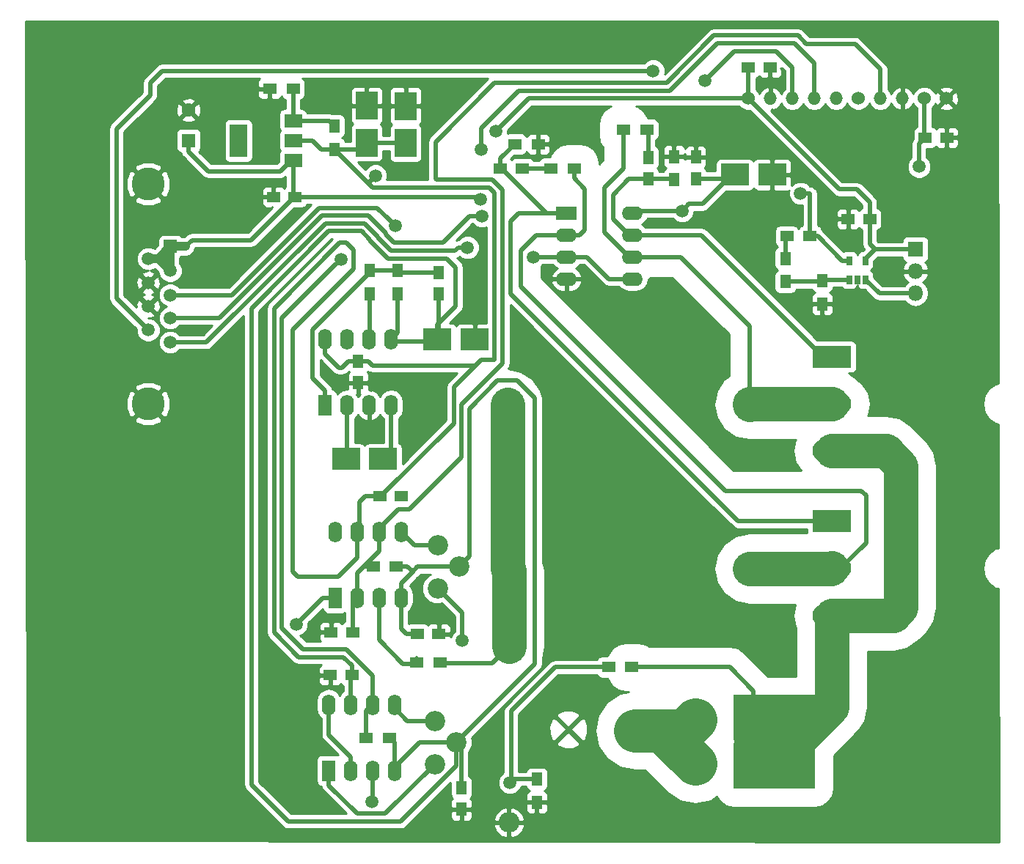
<source format=gbr>
G04 #@! TF.FileFunction,Copper,L2,Bot,Signal*
%FSLAX46Y46*%
G04 Gerber Fmt 4.6, Leading zero omitted, Abs format (unit mm)*
G04 Created by KiCad (PCBNEW 4.0.6) date 09/02/17 20:41:00*
%MOMM*%
%LPD*%
G01*
G04 APERTURE LIST*
%ADD10C,0.100000*%
%ADD11R,2.400000X1.600000*%
%ADD12O,2.400000X1.600000*%
%ADD13R,1.500000X1.250000*%
%ADD14R,1.250000X1.500000*%
%ADD15R,3.200000X2.500000*%
%ADD16R,1.600000X1.600000*%
%ADD17C,1.600000*%
%ADD18R,2.500000X3.200000*%
%ADD19R,4.600000X1.100000*%
%ADD20R,9.400000X10.800000*%
%ADD21R,4.550000X5.250000*%
%ADD22C,3.810000*%
%ADD23R,1.520000X1.520000*%
%ADD24C,1.520000*%
%ADD25R,4.500000X2.500000*%
%ADD26O,4.500000X2.500000*%
%ADD27R,1.500000X1.300000*%
%ADD28R,1.300000X1.500000*%
%ADD29C,2.400000*%
%ADD30O,2.400000X2.400000*%
%ADD31C,1.524000*%
%ADD32O,1.524000X1.524000*%
%ADD33R,1.600000X2.400000*%
%ADD34O,1.600000X2.400000*%
%ADD35R,0.650000X1.060000*%
%ADD36R,1.800000X1.800000*%
%ADD37O,1.800000X1.800000*%
%ADD38R,2.000000X3.800000*%
%ADD39R,2.000000X1.500000*%
%ADD40C,2.340000*%
%ADD41C,1.500000*%
%ADD42C,0.500000*%
%ADD43C,1.000000*%
%ADD44C,5.000000*%
%ADD45C,4.000000*%
%ADD46C,0.254000*%
G04 APERTURE END LIST*
D10*
D11*
X65380000Y74655000D03*
D12*
X73000000Y67035000D03*
X65380000Y72115000D03*
X73000000Y69575000D03*
X65380000Y69575000D03*
X73000000Y72115000D03*
X65380000Y67035000D03*
X73000000Y74655000D03*
D13*
X106775000Y83375000D03*
X109275000Y83375000D03*
D14*
X74825000Y78600000D03*
X74825000Y81100000D03*
D13*
X57750000Y79825000D03*
X60250000Y79825000D03*
D14*
X53250000Y5775000D03*
X53250000Y8275000D03*
D13*
X50650000Y26025000D03*
X48150000Y26025000D03*
X86375000Y91500000D03*
X88875000Y91500000D03*
X43825000Y41950000D03*
X46325000Y41950000D03*
D14*
X41350000Y57550000D03*
X41350000Y55050000D03*
D15*
X84825000Y79100000D03*
X89125000Y79100000D03*
X39914455Y46238045D03*
X44214455Y46238045D03*
D14*
X80300000Y78650000D03*
X80300000Y81150000D03*
D13*
X100400000Y73975000D03*
X97900000Y73975000D03*
X40700000Y26225000D03*
X38200000Y26225000D03*
D16*
X21750000Y83050000D03*
D17*
X21750000Y86550000D03*
D13*
X34069755Y76533009D03*
X31569755Y76533009D03*
D18*
X46819755Y82733009D03*
X46819755Y87033009D03*
X42319755Y82783009D03*
X42319755Y87083009D03*
D13*
X40600000Y21275000D03*
X38100000Y21275000D03*
D14*
X50639455Y67813045D03*
X50639455Y65313045D03*
D15*
X54789455Y60063045D03*
X50489455Y60063045D03*
D19*
X80225000Y11035000D03*
X80225000Y16115000D03*
D20*
X89375000Y13575000D03*
D21*
X91800000Y16350000D03*
X86950000Y10800000D03*
X91800000Y10800000D03*
X86950000Y16350000D03*
D22*
X17100000Y78030000D03*
X17100000Y52630000D03*
D23*
X19640000Y70790000D03*
D24*
X19640000Y68000000D03*
X19640000Y65200000D03*
X19640000Y62540000D03*
X19640000Y59740000D03*
X17100000Y61140000D03*
X17100000Y63930000D03*
X17100000Y66600000D03*
X17100000Y69390000D03*
D25*
X96000000Y39075000D03*
D26*
X96000000Y33625000D03*
X96000000Y28175000D03*
D25*
X96000000Y58075000D03*
D26*
X96000000Y52625000D03*
X96000000Y47175000D03*
D27*
X43050000Y33850000D03*
X45750000Y33850000D03*
X42275000Y14050000D03*
X44975000Y14050000D03*
X72925000Y22200000D03*
X70225000Y22200000D03*
D28*
X61950000Y6575000D03*
X61950000Y9275000D03*
X42639455Y68063045D03*
X42639455Y65363045D03*
X45889455Y68013045D03*
X45889455Y65313045D03*
X77775000Y78500000D03*
X77775000Y81200000D03*
D27*
X59425000Y82625000D03*
X62125000Y82625000D03*
X66250000Y79825000D03*
X63550000Y79825000D03*
X74675000Y84325000D03*
X71975000Y84325000D03*
D29*
X86500000Y33575000D03*
D30*
X58560000Y33575000D03*
D29*
X86500000Y52575000D03*
D30*
X58560000Y52575000D03*
D27*
X50825000Y22750000D03*
X48125000Y22750000D03*
D28*
X38569755Y82033009D03*
X38569755Y84733009D03*
D27*
X33819755Y89033009D03*
X31119755Y89033009D03*
D29*
X58750000Y24575000D03*
D30*
X58750000Y4255000D03*
D27*
X90800000Y71975000D03*
X93500000Y71975000D03*
D28*
X90650000Y66725000D03*
X90650000Y69425000D03*
X94900000Y64150000D03*
X94900000Y66850000D03*
D31*
X86360000Y87900000D03*
D32*
X88900000Y87900000D03*
X91440000Y87900000D03*
X93980000Y87900000D03*
X96520000Y87900000D03*
X101600000Y87900000D03*
X104140000Y87900000D03*
D31*
X106680000Y87900000D03*
X109220000Y87900000D03*
X99060000Y87900000D03*
D33*
X37935000Y10250000D03*
D34*
X45555000Y17870000D03*
X40475000Y10250000D03*
X43015000Y17870000D03*
X43015000Y10250000D03*
X40475000Y17870000D03*
X45555000Y10250000D03*
X37935000Y17870000D03*
D33*
X37519455Y52443045D03*
D34*
X45139455Y60063045D03*
X40059455Y52443045D03*
X42599455Y60063045D03*
X42599455Y52443045D03*
X40059455Y60063045D03*
X45139455Y52443045D03*
X37519455Y60063045D03*
D33*
X38670000Y30205000D03*
D34*
X46290000Y37825000D03*
X41210000Y30205000D03*
X43750000Y37825000D03*
X43750000Y30205000D03*
X41210000Y37825000D03*
X46290000Y30205000D03*
X38670000Y37825000D03*
D35*
X99900000Y66975000D03*
X98950000Y66975000D03*
X98000000Y66975000D03*
X98000000Y69175000D03*
X99900000Y69175000D03*
D36*
X105650000Y70475000D03*
D37*
X105650000Y67935000D03*
X105650000Y65395000D03*
D38*
X27519755Y83033009D03*
D39*
X33819755Y83033009D03*
X33819755Y80733009D03*
X33819755Y85333009D03*
D40*
X50175000Y11000000D03*
X52675000Y13500000D03*
X50175000Y16000000D03*
X50500000Y31325000D03*
X53000000Y33825000D03*
X50500000Y36325000D03*
D41*
X39374990Y69345200D03*
X106075000Y80025000D03*
X43325000Y78975000D03*
X57225000Y84100000D03*
X78725000Y74925000D03*
X55474999Y76224978D03*
X55628044Y74298244D03*
X92400000Y76925000D03*
X53955571Y70689360D03*
X55500000Y82000000D03*
X75375000Y91100032D03*
X81375000Y89975000D03*
X45606274Y73201444D03*
X61575000Y69600000D03*
X42925000Y6675020D03*
X58850000Y8850000D03*
X53350000Y25250000D03*
X34175000Y27150000D03*
D42*
X40475000Y10250000D02*
X40475000Y11815468D01*
X40475000Y11815468D02*
X37935000Y14355468D01*
X37935000Y14355468D02*
X37935000Y17870000D01*
X38624991Y68595201D02*
X39374990Y69345200D01*
X32525011Y62495221D02*
X38624991Y68595201D01*
X43015000Y17870000D02*
X43015000Y21257807D01*
X32525011Y26727985D02*
X32525011Y62495221D01*
X43015000Y21257807D02*
X39997796Y24275011D01*
X34977985Y24275011D02*
X32525011Y26727985D01*
X39997796Y24275011D02*
X34977985Y24275011D01*
X106680000Y87900000D02*
X106680000Y83470000D01*
X106680000Y83470000D02*
X106775000Y83375000D01*
X106075000Y80025000D02*
X106075000Y82675000D01*
X106075000Y82675000D02*
X106775000Y83375000D01*
X42275000Y14050000D02*
X42275000Y17130000D01*
X42275000Y17130000D02*
X43015000Y17870000D01*
X72574277Y78600000D02*
X70736785Y76762508D01*
X70736785Y76762508D02*
X70736785Y73978215D01*
X74825000Y78600000D02*
X72574277Y78600000D01*
X70736785Y73978215D02*
X72600000Y72115000D01*
X72600000Y72115000D02*
X73000000Y72115000D01*
X74825000Y78600000D02*
X77675000Y78600000D01*
X77675000Y78600000D02*
X77775000Y78500000D01*
X96000000Y58075000D02*
X95000000Y58075000D01*
X95000000Y58075000D02*
X80960000Y72115000D01*
X80960000Y72115000D02*
X73000000Y72115000D01*
X74825000Y81100000D02*
X74825000Y84175000D01*
X74825000Y84175000D02*
X74675000Y84325000D01*
X57750000Y79825000D02*
X57875000Y79825000D01*
X57875000Y79825000D02*
X63045000Y74655000D01*
X63045000Y74655000D02*
X63680000Y74655000D01*
X63680000Y74655000D02*
X65380000Y74655000D01*
X57750000Y79825000D02*
X57750000Y80950000D01*
X57750000Y80950000D02*
X59425000Y82625000D01*
X59833413Y74655000D02*
X63680000Y74655000D01*
X58925011Y73746598D02*
X59833413Y74655000D01*
X58925011Y65347796D02*
X58925011Y73746598D01*
X85197807Y39075000D02*
X58925011Y65347796D01*
X96000000Y39075000D02*
X85197807Y39075000D01*
X57750000Y79825000D02*
X57487738Y79562738D01*
X60250000Y79825000D02*
X63550000Y79825000D01*
X46243601Y4374999D02*
X52675000Y10806398D01*
X50489455Y61813045D02*
X52589455Y63913045D01*
X42700011Y71472796D02*
X42700011Y71597796D01*
X44759761Y69413046D02*
X42700011Y71472796D01*
X52589455Y68408047D02*
X51584456Y69413046D01*
X37928007Y72575011D02*
X29024999Y63672003D01*
X52675000Y11845371D02*
X52675000Y13500000D01*
X52675000Y10806398D02*
X52675000Y11845371D01*
X33229999Y4374999D02*
X46243601Y4374999D01*
X29024999Y63672003D02*
X29024999Y8579999D01*
X41722796Y72575011D02*
X37928007Y72575011D01*
X42700011Y71597796D02*
X41722796Y72575011D01*
X50489455Y60063045D02*
X50489455Y61813045D01*
X51584456Y69413046D02*
X44759761Y69413046D01*
X29024999Y8579999D02*
X33229999Y4374999D01*
X52589455Y63913045D02*
X52589455Y68408047D01*
X53000000Y33825000D02*
X54169999Y34994999D01*
X54169999Y34994999D02*
X54169999Y52074100D01*
X54169999Y52074100D02*
X57420909Y55325010D01*
X57420909Y55325010D02*
X59699091Y55325010D01*
X61724101Y53300000D02*
X61724101Y22549101D01*
X59699091Y55325010D02*
X61724101Y53300000D01*
X61724101Y22549101D02*
X52675000Y13500000D01*
X53250000Y8275000D02*
X53250000Y12925000D01*
X53250000Y12925000D02*
X52675000Y13500000D01*
X45555000Y10250000D02*
X45555000Y13470000D01*
X45555000Y13470000D02*
X44975000Y14050000D01*
X46290000Y31905000D02*
X47535000Y33150000D01*
X47535000Y33150000D02*
X48210000Y33825000D01*
X45750000Y33850000D02*
X47000000Y33850000D01*
X47000000Y33850000D02*
X47535000Y33315000D01*
X47535000Y33315000D02*
X47535000Y33150000D01*
X45775000Y10030000D02*
X45555000Y10250000D01*
X48150000Y26025000D02*
X46900000Y26025000D01*
X46900000Y26025000D02*
X46290000Y26635000D01*
X46290000Y26635000D02*
X46290000Y30205000D01*
X50639455Y65313045D02*
X50639455Y60063045D01*
X50639455Y60063045D02*
X50389455Y59813045D01*
X50389455Y59813045D02*
X45389455Y59813045D01*
X45389455Y59813045D02*
X45139455Y60063045D01*
X45889455Y65313045D02*
X45889455Y60813045D01*
X45889455Y60813045D02*
X45139455Y60063045D01*
X52675000Y13500000D02*
X48405000Y13500000D01*
X48405000Y13500000D02*
X45555000Y10650000D01*
X45555000Y10650000D02*
X45555000Y10250000D01*
X46290000Y30205000D02*
X46290000Y31905000D01*
X48210000Y33825000D02*
X52645371Y33825000D01*
X39025000Y32625000D02*
X41210000Y34810000D01*
X41210000Y34810000D02*
X41210000Y37825000D01*
X34375000Y32625000D02*
X39025000Y32625000D01*
X33750000Y33250000D02*
X34375000Y32625000D01*
X33750000Y61175000D02*
X33750000Y33250000D01*
X40775000Y68200000D02*
X33750000Y61175000D01*
X40775000Y70425000D02*
X40775000Y68200000D01*
X39975000Y71225000D02*
X40775000Y70425000D01*
X39175000Y71225000D02*
X39975000Y71225000D01*
X31625000Y63675000D02*
X39175000Y71225000D01*
X31625000Y26175000D02*
X31625000Y63675000D01*
X34425000Y23375000D02*
X31625000Y26175000D01*
X39625000Y23375000D02*
X34425000Y23375000D01*
X40600000Y21275000D02*
X40600000Y22400000D01*
X40600000Y22400000D02*
X39625000Y23375000D01*
X38569755Y82033009D02*
X42650000Y77952764D01*
X42650000Y77952764D02*
X42977776Y77624988D01*
X43325000Y78975000D02*
X42575001Y78225001D01*
X42575001Y78225001D02*
X42575001Y78027763D01*
X42575001Y78027763D02*
X42650000Y77952764D01*
X61025000Y87900000D02*
X57225000Y84100000D01*
X86360000Y87900000D02*
X61025000Y87900000D01*
X56447016Y77624988D02*
X57039456Y77032548D01*
X57039456Y77032548D02*
X57039456Y57700000D01*
X57039456Y57700000D02*
X55504386Y57700000D01*
X42977776Y77624988D02*
X56447016Y77624988D01*
X40475000Y17870000D02*
X40475000Y21150000D01*
X40475000Y21150000D02*
X40600000Y21275000D01*
X52369977Y50369977D02*
X52369977Y54565591D01*
X43825000Y41950000D02*
X43950000Y41950000D01*
X43950000Y41950000D02*
X52369977Y50369977D01*
X54854386Y57050000D02*
X55504386Y57700000D01*
X42975000Y57050000D02*
X54854386Y57050000D01*
X41350000Y57550000D02*
X42475000Y57550000D01*
X42475000Y57550000D02*
X42975000Y57050000D01*
X52369977Y54565591D02*
X55504386Y57700000D01*
X41450000Y41250000D02*
X42150000Y41950000D01*
X42150000Y41950000D02*
X43825000Y41950000D01*
X41450000Y38465000D02*
X41450000Y41250000D01*
X41210000Y37825000D02*
X41210000Y38225000D01*
X41210000Y38225000D02*
X41450000Y38465000D01*
X40875000Y18270000D02*
X40475000Y17870000D01*
X41350000Y57550000D02*
X40225000Y57550000D01*
X40225000Y57550000D02*
X39488045Y56813045D01*
X39488045Y56813045D02*
X39069455Y56813045D01*
X46819755Y82733009D02*
X42369755Y82733009D01*
X42369755Y82733009D02*
X42319755Y82783009D01*
X86360000Y87900000D02*
X86360000Y91485000D01*
X86360000Y91485000D02*
X86375000Y91500000D01*
X98900000Y77400000D02*
X100400000Y75900000D01*
X100400000Y75900000D02*
X100400000Y73975000D01*
X96860000Y77400000D02*
X98900000Y77400000D01*
X86360000Y87900000D02*
X96860000Y77400000D01*
X37519455Y60063045D02*
X37519455Y58363045D01*
X37519455Y58363045D02*
X39069455Y56813045D01*
X38569755Y82033009D02*
X41569755Y82033009D01*
X41569755Y82033009D02*
X42319755Y82783009D01*
X36069755Y83033009D02*
X37069755Y82033009D01*
X37069755Y82033009D02*
X38569755Y82033009D01*
X33819755Y83033009D02*
X36069755Y83033009D01*
X100400000Y71070000D02*
X100400000Y73975000D01*
X100995000Y70475000D02*
X100400000Y71070000D01*
X105650000Y70475000D02*
X100995000Y70475000D01*
X100995000Y70475000D02*
X99900000Y69380000D01*
X99900000Y69380000D02*
X99900000Y69175000D01*
X98699989Y94200011D02*
X101600000Y91300000D01*
X50249999Y78654999D02*
X50249999Y82874999D01*
X93070603Y94200011D02*
X98699989Y94200011D01*
X50249999Y82874999D02*
X57075022Y89700022D01*
X82402215Y95175022D02*
X92095592Y95175022D01*
X76927215Y89700022D02*
X82402215Y95175022D01*
X50379999Y78524999D02*
X50249999Y78654999D01*
X101600000Y91300000D02*
X101600000Y88977630D01*
X56819812Y78524999D02*
X50379999Y78524999D01*
X47197788Y40400000D02*
X53269988Y46472200D01*
X58025000Y57322806D02*
X58025000Y77319811D01*
X43750000Y37825000D02*
X43750000Y38225000D01*
X45925000Y40400000D02*
X47197788Y40400000D01*
X57075022Y89700022D02*
X76927215Y89700022D01*
X53269988Y52567795D02*
X58025000Y57322806D01*
X53269988Y46472200D02*
X53269988Y52567795D01*
X92095592Y95175022D02*
X93070603Y94200011D01*
X43750000Y38225000D02*
X45925000Y40400000D01*
X101600000Y88977630D02*
X101600000Y87900000D01*
X58025000Y77319811D02*
X56819812Y78524999D01*
X40700000Y26225000D02*
X40700000Y29695000D01*
X40700000Y29695000D02*
X41210000Y30205000D01*
X43750000Y35575000D02*
X42025000Y33850000D01*
X42025000Y33850000D02*
X41210000Y33035000D01*
X43050000Y33850000D02*
X42025000Y33850000D01*
X41210000Y33035000D02*
X41210000Y30205000D01*
X43750000Y37825000D02*
X43750000Y35575000D01*
X21750000Y83050000D02*
X21750000Y81750000D01*
X21750000Y81750000D02*
X24016991Y79483009D01*
X24016991Y79483009D02*
X32319755Y79483009D01*
X32319755Y79483009D02*
X33569755Y80733009D01*
X33569755Y80733009D02*
X33819755Y80733009D01*
X80300000Y78650000D02*
X84375000Y78650000D01*
X84375000Y78650000D02*
X84825000Y79100000D01*
X79525000Y75725000D02*
X81100000Y75725000D01*
X81100000Y75725000D02*
X84475000Y79100000D01*
X84475000Y79100000D02*
X84825000Y79100000D01*
X78725000Y74925000D02*
X79525000Y75725000D01*
X78725000Y74925000D02*
X73270000Y74925000D01*
X73270000Y74925000D02*
X73000000Y74655000D01*
X34069755Y76533009D02*
X55166968Y76533009D01*
X55166968Y76533009D02*
X55474999Y76224978D01*
X21400000Y70790000D02*
X22160022Y71550022D01*
X22160022Y71550022D02*
X28961768Y71550022D01*
X28961768Y71550022D02*
X33944755Y76533009D01*
X33944755Y76533009D02*
X34069755Y76533009D01*
D43*
X19640000Y70790000D02*
X21400000Y70790000D01*
X17100000Y69390000D02*
X19090000Y69390000D01*
X19640000Y68000000D02*
X18250000Y69390000D01*
X18250000Y69390000D02*
X18240000Y69390000D01*
X17100000Y69390000D02*
X18240000Y69390000D01*
X18240000Y69390000D02*
X19640000Y70790000D01*
X19640000Y68000000D02*
X19640000Y70790000D01*
D42*
X17100000Y69390000D02*
X18250000Y69390000D01*
X33819755Y80733009D02*
X33819755Y76783009D01*
X33819755Y76783009D02*
X34069755Y76533009D01*
D44*
X73300000Y14900000D02*
X76360000Y14900000D01*
X76360000Y14900000D02*
X80225000Y11035000D01*
X73300000Y14900000D02*
X79010000Y14900000D01*
X79010000Y14900000D02*
X80225000Y16115000D01*
D42*
X86950000Y16350000D02*
X86950000Y19475000D01*
X86950000Y19475000D02*
X84225000Y22200000D01*
X84225000Y22200000D02*
X72925000Y22200000D01*
D45*
X104000000Y29075000D02*
X103100000Y28175000D01*
X103100000Y28175000D02*
X96000000Y28175000D01*
X104000000Y45425000D02*
X104000000Y29075000D01*
X96000000Y47175000D02*
X102250000Y47175000D01*
X102250000Y47175000D02*
X104000000Y45425000D01*
X92000000Y13575000D02*
X96000000Y17575000D01*
X96000000Y17575000D02*
X96000000Y28175000D01*
X89375000Y13575000D02*
X92000000Y13575000D01*
D42*
X54567384Y74298244D02*
X55628044Y74298244D01*
X25347382Y62540000D02*
X37182415Y74375033D01*
X51148386Y71263066D02*
X54183564Y74298244D01*
X44500033Y72343388D02*
X44500033Y72218388D01*
X45455355Y71263066D02*
X51148386Y71263066D01*
X42468388Y74375033D02*
X44500033Y72343388D01*
X37182415Y74375033D02*
X42468388Y74375033D01*
X19640000Y62540000D02*
X25347382Y62540000D01*
X54183564Y74298244D02*
X54567384Y74298244D01*
X44500033Y72218388D02*
X45455355Y71263066D01*
X92400000Y76925000D02*
X93460660Y76925000D01*
X93460660Y76925000D02*
X93500000Y76885660D01*
X93500000Y76885660D02*
X93500000Y73125000D01*
X93500000Y73125000D02*
X93500000Y71975000D01*
X98000000Y69175000D02*
X97175000Y69175000D01*
X97175000Y69175000D02*
X94375000Y71975000D01*
X94375000Y71975000D02*
X93500000Y71975000D01*
X42095592Y73475022D02*
X43600022Y71970592D01*
X52518608Y70313057D02*
X52894911Y70689360D01*
X19640000Y59740000D02*
X23820189Y59740000D01*
X43600022Y71970592D02*
X43600022Y71845592D01*
X37555211Y73475022D02*
X42095592Y73475022D01*
X23820189Y59740000D02*
X37555211Y73475022D01*
X52894911Y70689360D02*
X53955571Y70689360D01*
X43600022Y71845592D02*
X45132557Y70313057D01*
X45132557Y70313057D02*
X52518608Y70313057D01*
X77300011Y88800011D02*
X82775011Y94275011D01*
X93980000Y92017807D02*
X93980000Y88977630D01*
X91722796Y94275011D02*
X93980000Y92017807D01*
X82775011Y94275011D02*
X91722796Y94275011D01*
X55500000Y84447004D02*
X59853007Y88800011D01*
X55500000Y82000000D02*
X55500000Y84447004D01*
X59853007Y88800011D02*
X77300011Y88800011D01*
X93980000Y88977630D02*
X93980000Y87900000D01*
X17100000Y61140000D02*
X13445121Y64794879D01*
X13445121Y64794879D02*
X13445121Y84391622D01*
X13445121Y84391622D02*
X17335271Y88281772D01*
X17335271Y88281772D02*
X17335271Y89705208D01*
X17335271Y89705208D02*
X18730095Y91100032D01*
X18730095Y91100032D02*
X74314340Y91100032D01*
X74314340Y91100032D02*
X75375000Y91100032D01*
X84775000Y93375000D02*
X89545002Y93375000D01*
X89545002Y93375000D02*
X91440000Y91480002D01*
X91440000Y91480002D02*
X91440000Y88977630D01*
X91440000Y88977630D02*
X91440000Y87900000D01*
X81375000Y89975000D02*
X84775000Y93375000D01*
X44856275Y73951443D02*
X45606274Y73201444D01*
X26734575Y65200000D02*
X36809619Y75275044D01*
X19640000Y65200000D02*
X26734575Y65200000D01*
X36809619Y75275044D02*
X43532674Y75275044D01*
X43532674Y75275044D02*
X44856275Y73951443D01*
X61575000Y69600000D02*
X65355000Y69600000D01*
X65355000Y69600000D02*
X65380000Y69575000D01*
X65380000Y69575000D02*
X65780000Y69575000D01*
X70290000Y67035000D02*
X67750000Y69575000D01*
X73000000Y67035000D02*
X70290000Y67035000D01*
X67750000Y69575000D02*
X65380000Y69575000D01*
X61869998Y72115000D02*
X63680000Y72115000D01*
X60074999Y70320001D02*
X61869998Y72115000D01*
X60074999Y66212422D02*
X60074999Y70320001D01*
X83712421Y42575000D02*
X60074999Y66212422D01*
X63680000Y72115000D02*
X65380000Y72115000D01*
X99425366Y42575000D02*
X83712421Y42575000D01*
X99950000Y42050366D02*
X99425366Y42575000D01*
X96000000Y33625000D02*
X97000000Y33625000D01*
X99950000Y36575000D02*
X99950000Y42050366D01*
X97000000Y33625000D02*
X99950000Y36575000D01*
X66250000Y78675000D02*
X66250000Y79825000D01*
X67500000Y72709228D02*
X67500000Y77425000D01*
X66905772Y72115000D02*
X67500000Y72709228D01*
X67500000Y77425000D02*
X66250000Y78675000D01*
X65380000Y72115000D02*
X66905772Y72115000D01*
D45*
X86500000Y33575000D02*
X95950000Y33575000D01*
X95950000Y33575000D02*
X96000000Y33625000D01*
D42*
X73000000Y69575000D02*
X72600000Y69575000D01*
X72600000Y69575000D02*
X69736774Y72438226D01*
X69736774Y72438226D02*
X69736774Y77561967D01*
X69736774Y77561967D02*
X71975000Y79800193D01*
X71975000Y79800193D02*
X71975000Y84325000D01*
X73000000Y69575000D02*
X78550240Y69575000D01*
X78550240Y69575000D02*
X86500000Y61625240D01*
X86500000Y61625240D02*
X86500000Y52575000D01*
D45*
X96000000Y52625000D02*
X86550000Y52625000D01*
X86550000Y52625000D02*
X86500000Y52575000D01*
D42*
X61950000Y9275000D02*
X59275000Y9275000D01*
X59275000Y9275000D02*
X58850000Y8850000D01*
X43015000Y10250000D02*
X43015000Y6765020D01*
X43015000Y6765020D02*
X42925000Y6675020D01*
X59000000Y17125000D02*
X59000000Y9000000D01*
X59000000Y9000000D02*
X58850000Y8850000D01*
X64075000Y22200000D02*
X59000000Y17125000D01*
X68975000Y22200000D02*
X64075000Y22200000D01*
X70225000Y22200000D02*
X68975000Y22200000D01*
X48116320Y23279154D02*
X48116320Y22604284D01*
X48116320Y22604284D02*
X46496631Y22604284D01*
X46496631Y22604284D02*
X43750000Y25350915D01*
X43750000Y25350915D02*
X43750000Y30205000D01*
X90650000Y69425000D02*
X90650000Y71825000D01*
X90650000Y71825000D02*
X90800000Y71975000D01*
X90650000Y66725000D02*
X93900000Y66725000D01*
X93900000Y66725000D02*
X95050000Y66725000D01*
X95300000Y66975000D02*
X97974999Y66975000D01*
X95050000Y66725000D02*
X95300000Y66975000D01*
X41209990Y5275010D02*
X37935000Y8550000D01*
X44450010Y5275010D02*
X41209990Y5275010D01*
X50175000Y11000000D02*
X44450010Y5275010D01*
X37935000Y8550000D02*
X37935000Y10250000D01*
X50175000Y16000000D02*
X47025000Y16000000D01*
X47025000Y16000000D02*
X45555000Y17470000D01*
X45555000Y17470000D02*
X45555000Y17870000D01*
X53350000Y25250000D02*
X53350000Y28475000D01*
X53350000Y28475000D02*
X50500000Y31325000D01*
X37230000Y30205000D02*
X34175000Y27150000D01*
X38670000Y30205000D02*
X37230000Y30205000D01*
X50500000Y36325000D02*
X47790000Y36325000D01*
X47790000Y36325000D02*
X46290000Y37825000D01*
X105650000Y65395000D02*
X101480000Y65395000D01*
X101480000Y65395000D02*
X99925001Y66949999D01*
X58750000Y24575000D02*
X56824275Y22649275D01*
X56824275Y22649275D02*
X50883287Y22649275D01*
X50883287Y22649275D02*
X50838296Y22694266D01*
D45*
X58750000Y24575000D02*
X58750000Y33385000D01*
X58750000Y33385000D02*
X58560000Y33575000D01*
X58560000Y52575000D02*
X58560000Y33575000D01*
D42*
X40059455Y52443045D02*
X40059455Y45883045D01*
X40059455Y45883045D02*
X39489455Y45313045D01*
X45139455Y52443045D02*
X45139455Y46663045D01*
X45139455Y46663045D02*
X43789455Y45313045D01*
X42639455Y68063045D02*
X42639455Y67741648D01*
X42639455Y67741648D02*
X36069445Y61171638D01*
X36069445Y61171638D02*
X36069445Y55593055D01*
X36069445Y55593055D02*
X37519455Y54143045D01*
X37519455Y54143045D02*
X37519455Y52443045D01*
X50639455Y67813045D02*
X46089455Y67813045D01*
X46089455Y67813045D02*
X45889455Y68013045D01*
X42639455Y68063045D02*
X45839455Y68063045D01*
X45839455Y68063045D02*
X45889455Y68013045D01*
X42639455Y65363045D02*
X42639455Y60103045D01*
X42639455Y60103045D02*
X42599455Y60063045D01*
X33819755Y85333009D02*
X33819755Y89033009D01*
X33819755Y85333009D02*
X37969755Y85333009D01*
X37969755Y85333009D02*
X38569755Y84733009D01*
D46*
G36*
X115206268Y54977669D02*
X114928166Y54922351D01*
X114138195Y54394509D01*
X113610353Y53604538D01*
X113425000Y52672704D01*
X113425000Y52577296D01*
X113610353Y51645462D01*
X114138195Y50855491D01*
X114928166Y50327649D01*
X115213603Y50270872D01*
X115235869Y35983557D01*
X114928166Y35922351D01*
X114138195Y35394509D01*
X113610353Y34604538D01*
X113425000Y33672704D01*
X113425000Y33577296D01*
X113610353Y32645462D01*
X114138195Y31855491D01*
X114928166Y31327649D01*
X115243223Y31264980D01*
X115288891Y1961410D01*
X3083894Y2183598D01*
X3007895Y50823560D01*
X15473165Y50823560D01*
X15682353Y50462711D01*
X16619650Y50085176D01*
X17630077Y50095067D01*
X18517647Y50462711D01*
X18726835Y50823560D01*
X17100000Y52450395D01*
X15473165Y50823560D01*
X3007895Y50823560D01*
X3004321Y53110350D01*
X14555176Y53110350D01*
X14565067Y52099923D01*
X14932711Y51212353D01*
X15293560Y51003165D01*
X16920395Y52630000D01*
X17279605Y52630000D01*
X18906440Y51003165D01*
X19267289Y51212353D01*
X19644824Y52149650D01*
X19634933Y53160077D01*
X19267289Y54047647D01*
X18906440Y54256835D01*
X17279605Y52630000D01*
X16920395Y52630000D01*
X15293560Y54256835D01*
X14932711Y54047647D01*
X14555176Y53110350D01*
X3004321Y53110350D01*
X3002249Y54436440D01*
X15473165Y54436440D01*
X17100000Y52809605D01*
X18726835Y54436440D01*
X18517647Y54797289D01*
X17580350Y55174824D01*
X16569923Y55164933D01*
X15682353Y54797289D01*
X15473165Y54436440D01*
X3002249Y54436440D01*
X2955444Y84391622D01*
X12560120Y84391622D01*
X12560121Y84391617D01*
X12560121Y64794884D01*
X12560120Y64794879D01*
X12607438Y64557003D01*
X12627488Y64456204D01*
X12747195Y64277049D01*
X12819331Y64169089D01*
X15705124Y61283297D01*
X15704758Y60863735D01*
X15916687Y60350828D01*
X16308764Y59958066D01*
X16821300Y59745242D01*
X17376265Y59744758D01*
X17889172Y59956687D01*
X18281934Y60348764D01*
X18494758Y60861300D01*
X18495242Y61416265D01*
X18283313Y61929172D01*
X17891236Y62321934D01*
X17378700Y62534758D01*
X17134424Y62534971D01*
X17447049Y62550659D01*
X17829941Y62709258D01*
X17899159Y62951236D01*
X17100000Y63750395D01*
X17085858Y63736252D01*
X16906253Y63915857D01*
X16920395Y63930000D01*
X17279605Y63930000D01*
X18078764Y63130841D01*
X18320742Y63200059D01*
X18507155Y63722780D01*
X18479341Y64277049D01*
X18320742Y64659941D01*
X18078764Y64729159D01*
X17279605Y63930000D01*
X16920395Y63930000D01*
X16121236Y64729159D01*
X15879258Y64659941D01*
X15692845Y64137220D01*
X15710728Y63780851D01*
X14330121Y65161459D01*
X14330121Y65621236D01*
X16300841Y65621236D01*
X16370059Y65379258D01*
X16666512Y65273537D01*
X16370059Y65150742D01*
X16300841Y64908764D01*
X17100000Y64109605D01*
X17899159Y64908764D01*
X17829941Y65150742D01*
X17533488Y65256463D01*
X17829941Y65379258D01*
X17899159Y65621236D01*
X17100000Y66420395D01*
X16300841Y65621236D01*
X14330121Y65621236D01*
X14330121Y66807220D01*
X15692845Y66807220D01*
X15720659Y66252951D01*
X15879258Y65870059D01*
X16121236Y65800841D01*
X16920395Y66600000D01*
X17279605Y66600000D01*
X18078764Y65800841D01*
X18320742Y65870059D01*
X18507155Y66392780D01*
X18479341Y66947049D01*
X18320742Y67329941D01*
X18078764Y67399159D01*
X17279605Y66600000D01*
X16920395Y66600000D01*
X16121236Y67399159D01*
X15879258Y67329941D01*
X15692845Y66807220D01*
X14330121Y66807220D01*
X14330121Y76223560D01*
X15473165Y76223560D01*
X15682353Y75862711D01*
X16619650Y75485176D01*
X17630077Y75495067D01*
X18517647Y75862711D01*
X18726835Y76223560D01*
X17100000Y77850395D01*
X15473165Y76223560D01*
X14330121Y76223560D01*
X14330121Y78510350D01*
X14555176Y78510350D01*
X14565067Y77499923D01*
X14932711Y76612353D01*
X15293560Y76403165D01*
X16920395Y78030000D01*
X17279605Y78030000D01*
X18906440Y76403165D01*
X19267289Y76612353D01*
X19537951Y77284319D01*
X30184755Y77284319D01*
X30184755Y76818759D01*
X30343505Y76660009D01*
X31442755Y76660009D01*
X31442755Y77634259D01*
X31284005Y77793009D01*
X30693446Y77793009D01*
X30460057Y77696336D01*
X30281428Y77517708D01*
X30184755Y77284319D01*
X19537951Y77284319D01*
X19644824Y77549650D01*
X19634933Y78560077D01*
X19267289Y79447647D01*
X18906440Y79656835D01*
X17279605Y78030000D01*
X16920395Y78030000D01*
X15293560Y79656835D01*
X14932711Y79447647D01*
X14555176Y78510350D01*
X14330121Y78510350D01*
X14330121Y79836440D01*
X15473165Y79836440D01*
X17100000Y78209605D01*
X18726835Y79836440D01*
X18517647Y80197289D01*
X17580350Y80574824D01*
X16569923Y80564933D01*
X15682353Y80197289D01*
X15473165Y79836440D01*
X14330121Y79836440D01*
X14330121Y84025042D01*
X15238087Y84933009D01*
X25872315Y84933009D01*
X25872315Y81133009D01*
X25916593Y80897692D01*
X26055665Y80681568D01*
X26267865Y80536578D01*
X26519755Y80485569D01*
X28519755Y80485569D01*
X28755072Y80529847D01*
X28971196Y80668919D01*
X29116186Y80881119D01*
X29167195Y81133009D01*
X29167195Y84933009D01*
X29122917Y85168326D01*
X28983845Y85384450D01*
X28771645Y85529440D01*
X28519755Y85580449D01*
X26519755Y85580449D01*
X26284438Y85536171D01*
X26068314Y85397099D01*
X25923324Y85184899D01*
X25872315Y84933009D01*
X15238087Y84933009D01*
X15847333Y85542255D01*
X20921861Y85542255D01*
X20995995Y85296136D01*
X21533223Y85103035D01*
X22103454Y85130222D01*
X22504005Y85296136D01*
X22578139Y85542255D01*
X21750000Y86370395D01*
X20921861Y85542255D01*
X15847333Y85542255D01*
X17071855Y86766777D01*
X20303035Y86766777D01*
X20330222Y86196546D01*
X20496136Y85795995D01*
X20742255Y85721861D01*
X21570395Y86550000D01*
X21929605Y86550000D01*
X22757745Y85721861D01*
X23003864Y85795995D01*
X23196965Y86333223D01*
X23169778Y86903454D01*
X23003864Y87304005D01*
X22757745Y87378139D01*
X21929605Y86550000D01*
X21570395Y86550000D01*
X20742255Y87378139D01*
X20496136Y87304005D01*
X20303035Y86766777D01*
X17071855Y86766777D01*
X17862823Y87557745D01*
X20921861Y87557745D01*
X21750000Y86729605D01*
X22578139Y87557745D01*
X22504005Y87803864D01*
X21966777Y87996965D01*
X21396546Y87969778D01*
X20995995Y87803864D01*
X20921861Y87557745D01*
X17862823Y87557745D01*
X17961058Y87655980D01*
X17961061Y87655982D01*
X18152904Y87943097D01*
X18164081Y87999288D01*
X18220272Y88281772D01*
X18220271Y88281777D01*
X18220271Y88747259D01*
X29734755Y88747259D01*
X29734755Y88256699D01*
X29831428Y88023310D01*
X30010057Y87844682D01*
X30243446Y87748009D01*
X30834005Y87748009D01*
X30992755Y87906759D01*
X30992755Y88906009D01*
X29893505Y88906009D01*
X29734755Y88747259D01*
X18220271Y88747259D01*
X18220271Y89338628D01*
X19096674Y90215032D01*
X30003753Y90215032D01*
X29831428Y90042708D01*
X29734755Y89809319D01*
X29734755Y89318759D01*
X29893505Y89160009D01*
X30992755Y89160009D01*
X30992755Y89180009D01*
X31246755Y89180009D01*
X31246755Y89160009D01*
X31266755Y89160009D01*
X31266755Y88906009D01*
X31246755Y88906009D01*
X31246755Y87906759D01*
X31405505Y87748009D01*
X31996064Y87748009D01*
X32229453Y87844682D01*
X32408082Y88023310D01*
X32464409Y88159296D01*
X32466593Y88147692D01*
X32605665Y87931568D01*
X32817865Y87786578D01*
X32934755Y87762907D01*
X32934755Y86730449D01*
X32819755Y86730449D01*
X32584438Y86686171D01*
X32368314Y86547099D01*
X32223324Y86334899D01*
X32172315Y86083009D01*
X32172315Y84583009D01*
X32216593Y84347692D01*
X32323514Y84181532D01*
X32223324Y84034899D01*
X32172315Y83783009D01*
X32172315Y82283009D01*
X32216593Y82047692D01*
X32323514Y81881532D01*
X32223324Y81734899D01*
X32172315Y81483009D01*
X32172315Y80587149D01*
X31953175Y80368009D01*
X24383570Y80368009D01*
X22979675Y81771904D01*
X23001441Y81785910D01*
X23146431Y81998110D01*
X23197440Y82250000D01*
X23197440Y83850000D01*
X23153162Y84085317D01*
X23014090Y84301441D01*
X22801890Y84446431D01*
X22550000Y84497440D01*
X20950000Y84497440D01*
X20714683Y84453162D01*
X20498559Y84314090D01*
X20353569Y84101890D01*
X20302560Y83850000D01*
X20302560Y82250000D01*
X20346838Y82014683D01*
X20485910Y81798559D01*
X20698110Y81653569D01*
X20891991Y81614307D01*
X20904655Y81550642D01*
X20932367Y81411325D01*
X21084922Y81183009D01*
X21124210Y81124210D01*
X23391199Y78857222D01*
X23391201Y78857219D01*
X23659816Y78677737D01*
X23678316Y78665376D01*
X24016991Y78598009D01*
X32319750Y78598009D01*
X32319755Y78598008D01*
X32606262Y78654999D01*
X32658430Y78665376D01*
X32934755Y78850009D01*
X32934755Y77664853D01*
X32868314Y77622099D01*
X32821786Y77554003D01*
X32679453Y77696336D01*
X32446064Y77793009D01*
X31855505Y77793009D01*
X31696755Y77634259D01*
X31696755Y76660009D01*
X31716755Y76660009D01*
X31716755Y76406009D01*
X31696755Y76406009D01*
X31696755Y76386009D01*
X31442755Y76386009D01*
X31442755Y76406009D01*
X30343505Y76406009D01*
X30184755Y76247259D01*
X30184755Y75781699D01*
X30281428Y75548310D01*
X30460057Y75369682D01*
X30693446Y75273009D01*
X31284005Y75273009D01*
X31442753Y75431757D01*
X31442753Y75282586D01*
X28595188Y72435022D01*
X22160022Y72435022D01*
X21821347Y72367655D01*
X21534232Y72175812D01*
X21534230Y72175809D01*
X21283421Y71925000D01*
X20913278Y71925000D01*
X20864090Y72001441D01*
X20651890Y72146431D01*
X20400000Y72197440D01*
X18880000Y72197440D01*
X18644683Y72153162D01*
X18428559Y72014090D01*
X18283569Y71801890D01*
X18232560Y71550000D01*
X18232560Y70987692D01*
X17838641Y70593773D01*
X17378700Y70784758D01*
X16823735Y70785242D01*
X16310828Y70573313D01*
X15918066Y70181236D01*
X15705242Y69668700D01*
X15704758Y69113735D01*
X15916687Y68600828D01*
X16308764Y68208066D01*
X16821300Y67995242D01*
X17065576Y67995029D01*
X16752951Y67979341D01*
X16370059Y67820742D01*
X16300841Y67578764D01*
X17100000Y66779605D01*
X17899159Y67578764D01*
X17829941Y67820742D01*
X17341898Y67994788D01*
X17376265Y67994758D01*
X17846014Y68188854D01*
X18244816Y67790052D01*
X18244758Y67723735D01*
X18456687Y67210828D01*
X18848764Y66818066D01*
X19361300Y66605242D01*
X19916265Y66604758D01*
X20429172Y66816687D01*
X20821934Y67208764D01*
X21034758Y67721300D01*
X21035242Y68276265D01*
X20823313Y68789172D01*
X20775000Y68837569D01*
X20775000Y69516722D01*
X20851441Y69565910D01*
X20912314Y69655000D01*
X21400000Y69655000D01*
X21834346Y69741397D01*
X22202566Y69987434D01*
X22448603Y70355654D01*
X22506053Y70644474D01*
X22526601Y70665022D01*
X28961763Y70665022D01*
X28961768Y70665021D01*
X29247400Y70721838D01*
X29300443Y70732389D01*
X29587558Y70924232D01*
X33923894Y75260569D01*
X34819755Y75260569D01*
X35055072Y75304847D01*
X35271196Y75443919D01*
X35410645Y75648009D01*
X35931005Y75648009D01*
X26367995Y66085000D01*
X20727652Y66085000D01*
X20431236Y66381934D01*
X19918700Y66594758D01*
X19363735Y66595242D01*
X18850828Y66383313D01*
X18458066Y65991236D01*
X18245242Y65478700D01*
X18244758Y64923735D01*
X18456687Y64410828D01*
X18848764Y64018066D01*
X19205591Y63869898D01*
X18850828Y63723313D01*
X18458066Y63331236D01*
X18245242Y62818700D01*
X18244758Y62263735D01*
X18456687Y61750828D01*
X18848764Y61358066D01*
X19361300Y61145242D01*
X19916265Y61144758D01*
X20429172Y61356687D01*
X20728006Y61655000D01*
X24483609Y61655000D01*
X23453609Y60625000D01*
X20727652Y60625000D01*
X20431236Y60921934D01*
X19918700Y61134758D01*
X19363735Y61135242D01*
X18850828Y60923313D01*
X18458066Y60531236D01*
X18245242Y60018700D01*
X18244758Y59463735D01*
X18456687Y58950828D01*
X18848764Y58558066D01*
X19361300Y58345242D01*
X19916265Y58344758D01*
X20429172Y58556687D01*
X20728006Y58855000D01*
X23820184Y58855000D01*
X23820189Y58854999D01*
X24102673Y58911190D01*
X24158864Y58922367D01*
X24445979Y59114210D01*
X28139999Y62808230D01*
X28139999Y8580004D01*
X28139998Y8579999D01*
X28175294Y8402560D01*
X28207366Y8241324D01*
X28328670Y8059779D01*
X28399209Y7954209D01*
X32604207Y3749212D01*
X32604209Y3749209D01*
X32891324Y3557366D01*
X32947515Y3546189D01*
X33229999Y3489998D01*
X33230004Y3489999D01*
X46243596Y3489999D01*
X46243601Y3489998D01*
X46526085Y3546189D01*
X46582276Y3557366D01*
X46869391Y3749209D01*
X46869392Y3749210D01*
X46963374Y3843193D01*
X56961797Y3843193D01*
X57255508Y3190224D01*
X57776742Y2699358D01*
X58338195Y2466805D01*
X58623000Y2583568D01*
X58623000Y4128000D01*
X58877000Y4128000D01*
X58877000Y2583568D01*
X59161805Y2466805D01*
X59723258Y2699358D01*
X60244492Y3190224D01*
X60538203Y3843193D01*
X60421858Y4128000D01*
X58877000Y4128000D01*
X58623000Y4128000D01*
X57078142Y4128000D01*
X56961797Y3843193D01*
X46963374Y3843193D01*
X48609431Y5489250D01*
X51990000Y5489250D01*
X51990000Y4898691D01*
X52086673Y4665302D01*
X52265301Y4486673D01*
X52498690Y4390000D01*
X52964250Y4390000D01*
X53123000Y4548750D01*
X53123000Y5648000D01*
X53377000Y5648000D01*
X53377000Y4548750D01*
X53535750Y4390000D01*
X54001310Y4390000D01*
X54234699Y4486673D01*
X54413327Y4665302D01*
X54413950Y4666807D01*
X56961797Y4666807D01*
X57078142Y4382000D01*
X58623000Y4382000D01*
X58623000Y5926432D01*
X58877000Y5926432D01*
X58877000Y4382000D01*
X60421858Y4382000D01*
X60538203Y4666807D01*
X60244492Y5319776D01*
X59723258Y5810642D01*
X59161805Y6043195D01*
X58877000Y5926432D01*
X58623000Y5926432D01*
X58338195Y6043195D01*
X57776742Y5810642D01*
X57255508Y5319776D01*
X56961797Y4666807D01*
X54413950Y4666807D01*
X54510000Y4898691D01*
X54510000Y5489250D01*
X54351250Y5648000D01*
X53377000Y5648000D01*
X53123000Y5648000D01*
X52148750Y5648000D01*
X51990000Y5489250D01*
X48609431Y5489250D01*
X51977560Y8857379D01*
X51977560Y7525000D01*
X52021838Y7289683D01*
X52160910Y7073559D01*
X52229006Y7027031D01*
X52086673Y6884698D01*
X51990000Y6651309D01*
X51990000Y6060750D01*
X52148750Y5902000D01*
X53123000Y5902000D01*
X53123000Y5922000D01*
X53377000Y5922000D01*
X53377000Y5902000D01*
X54351250Y5902000D01*
X54510000Y6060750D01*
X54510000Y6289250D01*
X60665000Y6289250D01*
X60665000Y5698691D01*
X60761673Y5465302D01*
X60940301Y5286673D01*
X61173690Y5190000D01*
X61664250Y5190000D01*
X61823000Y5348750D01*
X61823000Y6448000D01*
X62077000Y6448000D01*
X62077000Y5348750D01*
X62235750Y5190000D01*
X62726310Y5190000D01*
X62959699Y5286673D01*
X63138327Y5465302D01*
X63235000Y5698691D01*
X63235000Y6289250D01*
X63076250Y6448000D01*
X62077000Y6448000D01*
X61823000Y6448000D01*
X60823750Y6448000D01*
X60665000Y6289250D01*
X54510000Y6289250D01*
X54510000Y6651309D01*
X54413327Y6884698D01*
X54272090Y7025936D01*
X54326441Y7060910D01*
X54471431Y7273110D01*
X54522440Y7525000D01*
X54522440Y9025000D01*
X54478162Y9260317D01*
X54339090Y9476441D01*
X54135000Y9615890D01*
X54135000Y12407024D01*
X54204312Y12476215D01*
X54479686Y13139388D01*
X54480313Y13857462D01*
X54422927Y13996347D01*
X62349888Y21923309D01*
X62349891Y21923311D01*
X62541734Y22210426D01*
X62609101Y22549101D01*
X62609101Y23228180D01*
X62877000Y24575000D01*
X62877000Y33384995D01*
X62877001Y33385000D01*
X62687000Y34340200D01*
X62687000Y52575000D01*
X62609101Y52966625D01*
X62609101Y53299995D01*
X62609102Y53300000D01*
X62541735Y53638674D01*
X62447314Y53779986D01*
X62372851Y54154335D01*
X61478230Y55493230D01*
X60139335Y56387851D01*
X58639883Y56686110D01*
X58650787Y56697014D01*
X58650790Y56697016D01*
X58842633Y56984131D01*
X58875969Y57151720D01*
X58910001Y57322806D01*
X58910000Y57322811D01*
X58910000Y64015835D01*
X82031628Y40894207D01*
X82319111Y40702117D01*
X84572015Y38449213D01*
X84572017Y38449210D01*
X84859132Y38257367D01*
X85197807Y38190000D01*
X93102560Y38190000D01*
X93102560Y37825000D01*
X93125704Y37702000D01*
X86500000Y37702000D01*
X84920665Y37387851D01*
X83581770Y36493230D01*
X82687149Y35154335D01*
X82373000Y33575000D01*
X82687149Y31995665D01*
X83581770Y30656770D01*
X84920665Y29762149D01*
X86500000Y29448000D01*
X91790466Y29448000D01*
X91537250Y28175000D01*
X91794309Y26882678D01*
X91873000Y26764908D01*
X91873000Y21143670D01*
X88638893Y21143670D01*
X88630793Y21155793D01*
X85905793Y23880793D01*
X85134639Y24396062D01*
X84225000Y24577000D01*
X74915076Y24577000D01*
X74518734Y24847809D01*
X73675000Y25018670D01*
X72175000Y25018670D01*
X71386781Y24870356D01*
X70662850Y24404520D01*
X70177191Y23693734D01*
X70137440Y23497440D01*
X69475000Y23497440D01*
X69239683Y23453162D01*
X69023559Y23314090D01*
X68878569Y23101890D01*
X68875149Y23085000D01*
X64075005Y23085000D01*
X64075000Y23085001D01*
X63792516Y23028810D01*
X63736325Y23017633D01*
X63449210Y22825790D01*
X63449208Y22825787D01*
X58374210Y17750790D01*
X58182367Y17463675D01*
X58182367Y17463674D01*
X58114999Y17125000D01*
X58115000Y17124995D01*
X58115000Y10044877D01*
X58066485Y10024831D01*
X57676539Y9635564D01*
X57465241Y9126702D01*
X57464760Y8575715D01*
X57675169Y8066485D01*
X58064436Y7676539D01*
X58573298Y7465241D01*
X59124285Y7464760D01*
X59633515Y7675169D01*
X60023461Y8064436D01*
X60158647Y8390000D01*
X60677962Y8390000D01*
X60696838Y8289683D01*
X60835910Y8073559D01*
X61048110Y7928569D01*
X61081490Y7921809D01*
X60940301Y7863327D01*
X60761673Y7684698D01*
X60665000Y7451309D01*
X60665000Y6860750D01*
X60823750Y6702000D01*
X61823000Y6702000D01*
X61823000Y6722000D01*
X62077000Y6722000D01*
X62077000Y6702000D01*
X63076250Y6702000D01*
X63235000Y6860750D01*
X63235000Y7451309D01*
X63138327Y7684698D01*
X62959699Y7863327D01*
X62823713Y7919654D01*
X62835317Y7921838D01*
X63051441Y8060910D01*
X63196431Y8273110D01*
X63247440Y8525000D01*
X63247440Y10025000D01*
X63203162Y10260317D01*
X63064090Y10476441D01*
X62851890Y10621431D01*
X62600000Y10672440D01*
X61300000Y10672440D01*
X61064683Y10628162D01*
X60848559Y10489090D01*
X60703569Y10276890D01*
X60679898Y10160000D01*
X59885000Y10160000D01*
X59885000Y13413798D01*
X64193403Y13413798D01*
X64365390Y13084640D01*
X65192346Y12757974D01*
X66081363Y12772635D01*
X66834610Y13084640D01*
X67006597Y13413798D01*
X65600000Y14820395D01*
X64193403Y13413798D01*
X59885000Y13413798D01*
X59885000Y15407654D01*
X63357974Y15407654D01*
X63372635Y14518637D01*
X63684640Y13765390D01*
X64013798Y13593403D01*
X65420395Y15000000D01*
X65779605Y15000000D01*
X67186202Y13593403D01*
X67515360Y13765390D01*
X67842026Y14592346D01*
X67827365Y15481363D01*
X67515360Y16234610D01*
X67186202Y16406597D01*
X65779605Y15000000D01*
X65420395Y15000000D01*
X64013798Y16406597D01*
X63684640Y16234610D01*
X63357974Y15407654D01*
X59885000Y15407654D01*
X59885000Y16586202D01*
X64193403Y16586202D01*
X65600000Y15179605D01*
X67006597Y16586202D01*
X66834610Y16915360D01*
X66007654Y17242026D01*
X65118637Y17227365D01*
X64365390Y16915360D01*
X64193403Y16586202D01*
X59885000Y16586202D01*
X59885000Y16758420D01*
X64441579Y21315000D01*
X68871778Y21315000D01*
X68871838Y21314683D01*
X69010910Y21098559D01*
X69223110Y20953569D01*
X69475000Y20902560D01*
X70128155Y20902560D01*
X70154644Y20761781D01*
X70620480Y20037850D01*
X71331266Y19552191D01*
X72175000Y19381330D01*
X72567667Y19381330D01*
X71529324Y19174791D01*
X70028217Y18171783D01*
X69025209Y16670676D01*
X68673000Y14900000D01*
X69025209Y13129324D01*
X70028217Y11628217D01*
X71529324Y10625209D01*
X73300000Y10273000D01*
X74443434Y10273000D01*
X76953217Y7763217D01*
X78454323Y6760210D01*
X80225000Y6408000D01*
X81995676Y6760210D01*
X82738462Y7256524D01*
X83120480Y6662850D01*
X83831266Y6177191D01*
X84675000Y6006330D01*
X94075000Y6006330D01*
X94863219Y6154644D01*
X95587150Y6620480D01*
X96072809Y7331266D01*
X96243670Y8175000D01*
X96243670Y11982210D01*
X98918230Y14656770D01*
X99133460Y14978885D01*
X99812851Y15995665D01*
X100127000Y17575000D01*
X100127000Y24048000D01*
X103100000Y24048000D01*
X104679335Y24362149D01*
X106018230Y25256770D01*
X106918230Y26156770D01*
X107035560Y26332367D01*
X107812851Y27495665D01*
X108127000Y29075000D01*
X108127000Y45424995D01*
X108127001Y45425000D01*
X107812851Y47004334D01*
X107812851Y47004335D01*
X106918230Y48343230D01*
X106918227Y48343232D01*
X105168230Y50093230D01*
X105165481Y50095067D01*
X103829335Y50987851D01*
X102250000Y51302000D01*
X100185193Y51302000D01*
X100205691Y51332678D01*
X100462750Y52625000D01*
X100205691Y53917322D01*
X99473650Y55012900D01*
X99110414Y55255606D01*
X98918230Y55543230D01*
X97968888Y56177560D01*
X98250000Y56177560D01*
X98485317Y56221838D01*
X98701441Y56360910D01*
X98846431Y56573110D01*
X98897440Y56825000D01*
X98897440Y59325000D01*
X98853162Y59560317D01*
X98714090Y59776441D01*
X98501890Y59921431D01*
X98250000Y59972440D01*
X94354139Y59972440D01*
X90462330Y63864250D01*
X93615000Y63864250D01*
X93615000Y63273691D01*
X93711673Y63040302D01*
X93890301Y62861673D01*
X94123690Y62765000D01*
X94614250Y62765000D01*
X94773000Y62923750D01*
X94773000Y64023000D01*
X95027000Y64023000D01*
X95027000Y62923750D01*
X95185750Y62765000D01*
X95676310Y62765000D01*
X95909699Y62861673D01*
X96088327Y63040302D01*
X96185000Y63273691D01*
X96185000Y63864250D01*
X96026250Y64023000D01*
X95027000Y64023000D01*
X94773000Y64023000D01*
X93773750Y64023000D01*
X93615000Y63864250D01*
X90462330Y63864250D01*
X81585790Y72740790D01*
X81566665Y72753569D01*
X81298675Y72932633D01*
X81242484Y72943810D01*
X80960000Y73000001D01*
X80959995Y73000000D01*
X74537310Y73000000D01*
X74450648Y73129698D01*
X74068562Y73385000D01*
X74450648Y73640302D01*
X74717718Y74040000D01*
X77651477Y74040000D01*
X77939436Y73751539D01*
X78448298Y73540241D01*
X78999285Y73539760D01*
X79508515Y73750169D01*
X79898461Y74139436D01*
X80109759Y74648298D01*
X80109926Y74840000D01*
X81099995Y74840000D01*
X81100000Y74839999D01*
X81382484Y74896190D01*
X81438675Y74907367D01*
X81725790Y75099210D01*
X81725791Y75099211D01*
X83829139Y77202560D01*
X86425000Y77202560D01*
X86660317Y77246838D01*
X86876441Y77385910D01*
X86971990Y77525750D01*
X86986673Y77490301D01*
X87165302Y77311673D01*
X87398691Y77215000D01*
X88839250Y77215000D01*
X88998000Y77373750D01*
X88998000Y78973000D01*
X88978000Y78973000D01*
X88978000Y79227000D01*
X88998000Y79227000D01*
X88998000Y80826250D01*
X89252000Y80826250D01*
X89252000Y79227000D01*
X91201250Y79227000D01*
X91360000Y79385750D01*
X91360000Y80476310D01*
X91263327Y80709699D01*
X91084698Y80888327D01*
X90851309Y80985000D01*
X89410750Y80985000D01*
X89252000Y80826250D01*
X88998000Y80826250D01*
X88839250Y80985000D01*
X87398691Y80985000D01*
X87165302Y80888327D01*
X86986673Y80709699D01*
X86971577Y80673253D01*
X86889090Y80801441D01*
X86676890Y80946431D01*
X86425000Y80997440D01*
X83225000Y80997440D01*
X82989683Y80953162D01*
X82773559Y80814090D01*
X82628569Y80601890D01*
X82577560Y80350000D01*
X82577560Y79535000D01*
X81547038Y79535000D01*
X81528162Y79635317D01*
X81389090Y79851441D01*
X81320994Y79897969D01*
X81463327Y80040302D01*
X81560000Y80273691D01*
X81560000Y80864250D01*
X81401250Y81023000D01*
X80427000Y81023000D01*
X80427000Y81003000D01*
X80173000Y81003000D01*
X80173000Y81023000D01*
X79198750Y81023000D01*
X79060000Y80884250D01*
X79060000Y80914250D01*
X78901250Y81073000D01*
X77902000Y81073000D01*
X77902000Y81053000D01*
X77648000Y81053000D01*
X77648000Y81073000D01*
X76648750Y81073000D01*
X76490000Y80914250D01*
X76490000Y80323691D01*
X76586673Y80090302D01*
X76765301Y79911673D01*
X76901287Y79855346D01*
X76889683Y79853162D01*
X76673559Y79714090D01*
X76528569Y79501890D01*
X76525149Y79485000D01*
X76072038Y79485000D01*
X76053162Y79585317D01*
X75914090Y79801441D01*
X75844289Y79849134D01*
X75901441Y79885910D01*
X76046431Y80098110D01*
X76097440Y80350000D01*
X76097440Y81850000D01*
X76054857Y82076309D01*
X76490000Y82076309D01*
X76490000Y81485750D01*
X76648750Y81327000D01*
X77648000Y81327000D01*
X77648000Y82426250D01*
X77902000Y82426250D01*
X77902000Y81327000D01*
X78901250Y81327000D01*
X79040000Y81465750D01*
X79040000Y81435750D01*
X79198750Y81277000D01*
X80173000Y81277000D01*
X80173000Y82376250D01*
X80427000Y82376250D01*
X80427000Y81277000D01*
X81401250Y81277000D01*
X81560000Y81435750D01*
X81560000Y82026309D01*
X81463327Y82259698D01*
X81284699Y82438327D01*
X81051310Y82535000D01*
X80585750Y82535000D01*
X80427000Y82376250D01*
X80173000Y82376250D01*
X80014250Y82535000D01*
X79548690Y82535000D01*
X79315301Y82438327D01*
X79136673Y82259698D01*
X79060000Y82074593D01*
X79060000Y82076309D01*
X78963327Y82309698D01*
X78784699Y82488327D01*
X78551310Y82585000D01*
X78060750Y82585000D01*
X77902000Y82426250D01*
X77648000Y82426250D01*
X77489250Y82585000D01*
X76998690Y82585000D01*
X76765301Y82488327D01*
X76586673Y82309698D01*
X76490000Y82076309D01*
X76054857Y82076309D01*
X76053162Y82085317D01*
X75914090Y82301441D01*
X75710000Y82440890D01*
X75710000Y83103808D01*
X75876441Y83210910D01*
X76021431Y83423110D01*
X76072440Y83675000D01*
X76072440Y84975000D01*
X76028162Y85210317D01*
X75889090Y85426441D01*
X75676890Y85571431D01*
X75425000Y85622440D01*
X74771845Y85622440D01*
X74745356Y85763219D01*
X74279520Y86487150D01*
X73568734Y86972809D01*
X73360389Y87015000D01*
X85269522Y87015000D01*
X85567630Y86716371D01*
X86080900Y86503243D01*
X86505548Y86502872D01*
X96234208Y76774213D01*
X96234210Y76774210D01*
X96521325Y76582367D01*
X96860000Y76515000D01*
X98533420Y76515000D01*
X99515000Y75533421D01*
X99515000Y75222038D01*
X99414683Y75203162D01*
X99198559Y75064090D01*
X99152031Y74995994D01*
X99009698Y75138327D01*
X98776309Y75235000D01*
X98185750Y75235000D01*
X98027000Y75076250D01*
X98027000Y74102000D01*
X98047000Y74102000D01*
X98047000Y73848000D01*
X98027000Y73848000D01*
X98027000Y72873750D01*
X98185750Y72715000D01*
X98776309Y72715000D01*
X99009698Y72811673D01*
X99150936Y72952910D01*
X99185910Y72898559D01*
X99398110Y72753569D01*
X99515000Y72729898D01*
X99515000Y71070005D01*
X99514999Y71070000D01*
X99556591Y70860910D01*
X99582367Y70731325D01*
X99746955Y70485000D01*
X99749545Y70481124D01*
X99620860Y70352440D01*
X99575000Y70352440D01*
X99339683Y70308162D01*
X99123559Y70169090D01*
X98978569Y69956890D01*
X98950824Y69819880D01*
X98928162Y69940317D01*
X98789090Y70156441D01*
X98576890Y70301431D01*
X98325000Y70352440D01*
X97675000Y70352440D01*
X97439683Y70308162D01*
X97350685Y70250894D01*
X95000790Y72600790D01*
X94887788Y72676295D01*
X94853162Y72860317D01*
X94714090Y73076441D01*
X94501890Y73221431D01*
X94385000Y73245102D01*
X94385000Y73689250D01*
X96515000Y73689250D01*
X96515000Y73223690D01*
X96611673Y72990301D01*
X96790302Y72811673D01*
X97023691Y72715000D01*
X97614250Y72715000D01*
X97773000Y72873750D01*
X97773000Y73848000D01*
X96673750Y73848000D01*
X96515000Y73689250D01*
X94385000Y73689250D01*
X94385000Y74726310D01*
X96515000Y74726310D01*
X96515000Y74260750D01*
X96673750Y74102000D01*
X97773000Y74102000D01*
X97773000Y75076250D01*
X97614250Y75235000D01*
X97023691Y75235000D01*
X96790302Y75138327D01*
X96611673Y74959699D01*
X96515000Y74726310D01*
X94385000Y74726310D01*
X94385000Y76885655D01*
X94385001Y76885660D01*
X94317633Y77224335D01*
X94298774Y77252560D01*
X94125790Y77511450D01*
X94125787Y77511452D01*
X94086450Y77550790D01*
X94006619Y77604131D01*
X93799335Y77742633D01*
X93706139Y77761171D01*
X93476708Y77806809D01*
X93185564Y78098461D01*
X92676702Y78309759D01*
X92125715Y78310240D01*
X91616485Y78099831D01*
X91360000Y77843793D01*
X91360000Y78814250D01*
X91201250Y78973000D01*
X89252000Y78973000D01*
X89252000Y77373750D01*
X89410750Y77215000D01*
X90851309Y77215000D01*
X91055963Y77299770D01*
X91015241Y77201702D01*
X91014760Y76650715D01*
X91225169Y76141485D01*
X91614436Y75751539D01*
X92123298Y75540241D01*
X92615000Y75539812D01*
X92615000Y73247038D01*
X92514683Y73228162D01*
X92298559Y73089090D01*
X92153569Y72876890D01*
X92150919Y72863803D01*
X92014090Y73076441D01*
X91801890Y73221431D01*
X91550000Y73272440D01*
X90050000Y73272440D01*
X89814683Y73228162D01*
X89598559Y73089090D01*
X89453569Y72876890D01*
X89402560Y72625000D01*
X89402560Y71325000D01*
X89446838Y71089683D01*
X89585910Y70873559D01*
X89744518Y70765186D01*
X89548559Y70639090D01*
X89403569Y70426890D01*
X89352560Y70175000D01*
X89352560Y68675000D01*
X89396838Y68439683D01*
X89535910Y68223559D01*
X89748110Y68078569D01*
X89761197Y68075919D01*
X89548559Y67939090D01*
X89403569Y67726890D01*
X89352560Y67475000D01*
X89352560Y65975000D01*
X89396838Y65739683D01*
X89535910Y65523559D01*
X89748110Y65378569D01*
X90000000Y65327560D01*
X91300000Y65327560D01*
X91535317Y65371838D01*
X91751441Y65510910D01*
X91896431Y65723110D01*
X91920102Y65840000D01*
X93662721Y65840000D01*
X93785910Y65648559D01*
X93998110Y65503569D01*
X94031490Y65496809D01*
X93890301Y65438327D01*
X93711673Y65259698D01*
X93615000Y65026309D01*
X93615000Y64435750D01*
X93773750Y64277000D01*
X94773000Y64277000D01*
X94773000Y64297000D01*
X95027000Y64297000D01*
X95027000Y64277000D01*
X96026250Y64277000D01*
X96185000Y64435750D01*
X96185000Y65026309D01*
X96088327Y65259698D01*
X95909699Y65438327D01*
X95773713Y65494654D01*
X95785317Y65496838D01*
X96001441Y65635910D01*
X96146431Y65848110D01*
X96195415Y66090000D01*
X97148852Y66090000D01*
X97210910Y65993559D01*
X97423110Y65848569D01*
X97675000Y65797560D01*
X98325000Y65797560D01*
X98465086Y65823919D01*
X98498690Y65810000D01*
X98664250Y65810000D01*
X98823000Y65968750D01*
X98823000Y66049051D01*
X98921431Y66193110D01*
X98949176Y66330120D01*
X98971838Y66209683D01*
X99077000Y66046257D01*
X99077000Y65968750D01*
X99235750Y65810000D01*
X99401310Y65810000D01*
X99438171Y65825268D01*
X99575000Y65797560D01*
X99825860Y65797560D01*
X100854208Y64769213D01*
X100854210Y64769210D01*
X101141325Y64577367D01*
X101197516Y64566190D01*
X101480000Y64509999D01*
X101480005Y64510000D01*
X104410589Y64510000D01*
X104564591Y64279519D01*
X105062581Y63946773D01*
X105650000Y63829928D01*
X106237419Y63946773D01*
X106735409Y64279519D01*
X107068155Y64777509D01*
X107185000Y65364928D01*
X107185000Y65425072D01*
X107068155Y66012491D01*
X106735409Y66510481D01*
X106497418Y66669501D01*
X106887966Y67027424D01*
X107141046Y67570258D01*
X107020997Y67808000D01*
X105777000Y67808000D01*
X105777000Y67788000D01*
X105523000Y67788000D01*
X105523000Y67808000D01*
X104279003Y67808000D01*
X104158954Y67570258D01*
X104412034Y67027424D01*
X104802582Y66669501D01*
X104564591Y66510481D01*
X104410589Y66280000D01*
X101846579Y66280000D01*
X100872440Y67254140D01*
X100872440Y67505000D01*
X100828162Y67740317D01*
X100689090Y67956441D01*
X100513768Y68076233D01*
X100676441Y68180910D01*
X100821431Y68393110D01*
X100872440Y68645000D01*
X100872440Y69100860D01*
X101361579Y69590000D01*
X104102560Y69590000D01*
X104102560Y69575000D01*
X104146838Y69339683D01*
X104285910Y69123559D01*
X104498110Y68978569D01*
X104549146Y68968234D01*
X104412034Y68842576D01*
X104158954Y68299742D01*
X104279003Y68062000D01*
X105523000Y68062000D01*
X105523000Y68082000D01*
X105777000Y68082000D01*
X105777000Y68062000D01*
X107020997Y68062000D01*
X107141046Y68299742D01*
X106887966Y68842576D01*
X106753462Y68965844D01*
X106785317Y68971838D01*
X107001441Y69110910D01*
X107146431Y69323110D01*
X107197440Y69575000D01*
X107197440Y71375000D01*
X107153162Y71610317D01*
X107014090Y71826441D01*
X106801890Y71971431D01*
X106550000Y72022440D01*
X104750000Y72022440D01*
X104514683Y71978162D01*
X104298559Y71839090D01*
X104153569Y71626890D01*
X104102560Y71375000D01*
X104102560Y71360000D01*
X101361579Y71360000D01*
X101285000Y71436580D01*
X101285000Y72727962D01*
X101385317Y72746838D01*
X101601441Y72885910D01*
X101746431Y73098110D01*
X101797440Y73350000D01*
X101797440Y74600000D01*
X101753162Y74835317D01*
X101614090Y75051441D01*
X101401890Y75196431D01*
X101285000Y75220102D01*
X101285000Y75900000D01*
X101217633Y76238675D01*
X101025790Y76525790D01*
X101025787Y76525792D01*
X99525790Y78025790D01*
X99519489Y78030000D01*
X99238675Y78217633D01*
X99182484Y78228810D01*
X98900000Y78285001D01*
X98899995Y78285000D01*
X97226579Y78285000D01*
X89008580Y86503000D01*
X89027002Y86503000D01*
X89027002Y86667523D01*
X89243072Y86545769D01*
X89735199Y86780142D01*
X90100174Y87185003D01*
X90154638Y87316501D01*
X90424803Y86912172D01*
X90878022Y86609340D01*
X91412631Y86503000D01*
X91467369Y86503000D01*
X92001978Y86609340D01*
X92455197Y86912172D01*
X92710000Y87293511D01*
X92964803Y86912172D01*
X93418022Y86609340D01*
X93952631Y86503000D01*
X94007369Y86503000D01*
X94541978Y86609340D01*
X94995197Y86912172D01*
X95250000Y87293511D01*
X95504803Y86912172D01*
X95958022Y86609340D01*
X96492631Y86503000D01*
X96547369Y86503000D01*
X97081978Y86609340D01*
X97535197Y86912172D01*
X97795586Y87301870D01*
X97874990Y87109697D01*
X98267630Y86716371D01*
X98780900Y86503243D01*
X99336661Y86502758D01*
X99850303Y86714990D01*
X100243629Y87107630D01*
X100324334Y87301990D01*
X100584803Y86912172D01*
X101038022Y86609340D01*
X101572631Y86503000D01*
X101627369Y86503000D01*
X102161978Y86609340D01*
X102615197Y86912172D01*
X102885362Y87316501D01*
X102939826Y87185003D01*
X103304801Y86780142D01*
X103796928Y86545769D01*
X104013000Y86667524D01*
X104013000Y87773000D01*
X103993000Y87773000D01*
X103993000Y88027000D01*
X104013000Y88027000D01*
X104013000Y89132476D01*
X104267000Y89132476D01*
X104267000Y88027000D01*
X104287000Y88027000D01*
X104287000Y87773000D01*
X104267000Y87773000D01*
X104267000Y86667524D01*
X104483072Y86545769D01*
X104975199Y86780142D01*
X105340174Y87185003D01*
X105402098Y87334513D01*
X105494990Y87109697D01*
X105795000Y86809163D01*
X105795000Y84604162D01*
X105789683Y84603162D01*
X105573559Y84464090D01*
X105428569Y84251890D01*
X105377560Y84000000D01*
X105377560Y83193558D01*
X105257367Y83013675D01*
X105257367Y83013674D01*
X105189999Y82675000D01*
X105190000Y82674995D01*
X105190000Y81098523D01*
X104901539Y80810564D01*
X104690241Y80301702D01*
X104689760Y79750715D01*
X104900169Y79241485D01*
X105289436Y78851539D01*
X105798298Y78640241D01*
X106349285Y78639760D01*
X106858515Y78850169D01*
X107248461Y79239436D01*
X107459759Y79748298D01*
X107460240Y80299285D01*
X107249831Y80808515D01*
X106960000Y81098852D01*
X106960000Y82102560D01*
X107525000Y82102560D01*
X107760317Y82146838D01*
X107976441Y82285910D01*
X108022969Y82354006D01*
X108165302Y82211673D01*
X108398691Y82115000D01*
X108989250Y82115000D01*
X109148000Y82273750D01*
X109148000Y83248000D01*
X109402000Y83248000D01*
X109402000Y82273750D01*
X109560750Y82115000D01*
X110151309Y82115000D01*
X110384698Y82211673D01*
X110563327Y82390301D01*
X110660000Y82623690D01*
X110660000Y83089250D01*
X110501250Y83248000D01*
X109402000Y83248000D01*
X109148000Y83248000D01*
X109128000Y83248000D01*
X109128000Y83502000D01*
X109148000Y83502000D01*
X109148000Y84476250D01*
X109402000Y84476250D01*
X109402000Y83502000D01*
X110501250Y83502000D01*
X110660000Y83660750D01*
X110660000Y84126310D01*
X110563327Y84359699D01*
X110384698Y84538327D01*
X110151309Y84635000D01*
X109560750Y84635000D01*
X109402000Y84476250D01*
X109148000Y84476250D01*
X108989250Y84635000D01*
X108398691Y84635000D01*
X108165302Y84538327D01*
X108024064Y84397090D01*
X107989090Y84451441D01*
X107776890Y84596431D01*
X107565000Y84639340D01*
X107565000Y86809522D01*
X107675457Y86919787D01*
X108419392Y86919787D01*
X108488857Y86677603D01*
X109012302Y86490856D01*
X109567368Y86518638D01*
X109951143Y86677603D01*
X110020608Y86919787D01*
X109220000Y87720395D01*
X108419392Y86919787D01*
X107675457Y86919787D01*
X107863629Y87107630D01*
X107943395Y87299727D01*
X107997603Y87168857D01*
X108239787Y87099392D01*
X109040395Y87900000D01*
X109399605Y87900000D01*
X110200213Y87099392D01*
X110442397Y87168857D01*
X110629144Y87692302D01*
X110601362Y88247368D01*
X110442397Y88631143D01*
X110200213Y88700608D01*
X109399605Y87900000D01*
X109040395Y87900000D01*
X108239787Y88700608D01*
X107997603Y88631143D01*
X107947491Y88490682D01*
X107865010Y88690303D01*
X107675432Y88880213D01*
X108419392Y88880213D01*
X109220000Y88079605D01*
X110020608Y88880213D01*
X109951143Y89122397D01*
X109427698Y89309144D01*
X108872632Y89281362D01*
X108488857Y89122397D01*
X108419392Y88880213D01*
X107675432Y88880213D01*
X107472370Y89083629D01*
X106959100Y89296757D01*
X106403339Y89297242D01*
X105889697Y89085010D01*
X105496371Y88692370D01*
X105402130Y88465412D01*
X105340174Y88614997D01*
X104975199Y89019858D01*
X104483072Y89254231D01*
X104267000Y89132476D01*
X104013000Y89132476D01*
X103796928Y89254231D01*
X103304801Y89019858D01*
X102939826Y88614997D01*
X102885362Y88483499D01*
X102615197Y88887828D01*
X102485000Y88974823D01*
X102485000Y91299995D01*
X102485001Y91300000D01*
X102417633Y91638674D01*
X102417633Y91638675D01*
X102225790Y91925790D01*
X102225787Y91925792D01*
X99325779Y94825801D01*
X99213533Y94900801D01*
X99038664Y95017644D01*
X98982473Y95028821D01*
X98699989Y95085012D01*
X98699984Y95085011D01*
X93437182Y95085011D01*
X92721382Y95800812D01*
X92434267Y95992655D01*
X92378076Y96003832D01*
X92095592Y96060023D01*
X92095587Y96060022D01*
X82402220Y96060022D01*
X82402215Y96060023D01*
X82063540Y95992655D01*
X81776425Y95800812D01*
X81776423Y95800809D01*
X76731935Y90756322D01*
X76759759Y90823330D01*
X76760240Y91374317D01*
X76549831Y91883547D01*
X76160564Y92273493D01*
X75651702Y92484791D01*
X75100715Y92485272D01*
X74591485Y92274863D01*
X74301148Y91985032D01*
X18730100Y91985032D01*
X18730095Y91985033D01*
X18447611Y91928842D01*
X18391420Y91917665D01*
X18104305Y91725822D01*
X18104303Y91725819D01*
X16709481Y90330998D01*
X16517638Y90043883D01*
X16516606Y90038696D01*
X16450270Y89705208D01*
X16450271Y89705203D01*
X16450271Y88648351D01*
X12819331Y85017412D01*
X12627488Y84730297D01*
X12616311Y84674106D01*
X12560120Y84391622D01*
X2955444Y84391622D01*
X2936071Y96790000D01*
X115141106Y96790000D01*
X115206268Y54977669D01*
X115206268Y54977669D01*
G37*
X115206268Y54977669D02*
X114928166Y54922351D01*
X114138195Y54394509D01*
X113610353Y53604538D01*
X113425000Y52672704D01*
X113425000Y52577296D01*
X113610353Y51645462D01*
X114138195Y50855491D01*
X114928166Y50327649D01*
X115213603Y50270872D01*
X115235869Y35983557D01*
X114928166Y35922351D01*
X114138195Y35394509D01*
X113610353Y34604538D01*
X113425000Y33672704D01*
X113425000Y33577296D01*
X113610353Y32645462D01*
X114138195Y31855491D01*
X114928166Y31327649D01*
X115243223Y31264980D01*
X115288891Y1961410D01*
X3083894Y2183598D01*
X3007895Y50823560D01*
X15473165Y50823560D01*
X15682353Y50462711D01*
X16619650Y50085176D01*
X17630077Y50095067D01*
X18517647Y50462711D01*
X18726835Y50823560D01*
X17100000Y52450395D01*
X15473165Y50823560D01*
X3007895Y50823560D01*
X3004321Y53110350D01*
X14555176Y53110350D01*
X14565067Y52099923D01*
X14932711Y51212353D01*
X15293560Y51003165D01*
X16920395Y52630000D01*
X17279605Y52630000D01*
X18906440Y51003165D01*
X19267289Y51212353D01*
X19644824Y52149650D01*
X19634933Y53160077D01*
X19267289Y54047647D01*
X18906440Y54256835D01*
X17279605Y52630000D01*
X16920395Y52630000D01*
X15293560Y54256835D01*
X14932711Y54047647D01*
X14555176Y53110350D01*
X3004321Y53110350D01*
X3002249Y54436440D01*
X15473165Y54436440D01*
X17100000Y52809605D01*
X18726835Y54436440D01*
X18517647Y54797289D01*
X17580350Y55174824D01*
X16569923Y55164933D01*
X15682353Y54797289D01*
X15473165Y54436440D01*
X3002249Y54436440D01*
X2955444Y84391622D01*
X12560120Y84391622D01*
X12560121Y84391617D01*
X12560121Y64794884D01*
X12560120Y64794879D01*
X12607438Y64557003D01*
X12627488Y64456204D01*
X12747195Y64277049D01*
X12819331Y64169089D01*
X15705124Y61283297D01*
X15704758Y60863735D01*
X15916687Y60350828D01*
X16308764Y59958066D01*
X16821300Y59745242D01*
X17376265Y59744758D01*
X17889172Y59956687D01*
X18281934Y60348764D01*
X18494758Y60861300D01*
X18495242Y61416265D01*
X18283313Y61929172D01*
X17891236Y62321934D01*
X17378700Y62534758D01*
X17134424Y62534971D01*
X17447049Y62550659D01*
X17829941Y62709258D01*
X17899159Y62951236D01*
X17100000Y63750395D01*
X17085858Y63736252D01*
X16906253Y63915857D01*
X16920395Y63930000D01*
X17279605Y63930000D01*
X18078764Y63130841D01*
X18320742Y63200059D01*
X18507155Y63722780D01*
X18479341Y64277049D01*
X18320742Y64659941D01*
X18078764Y64729159D01*
X17279605Y63930000D01*
X16920395Y63930000D01*
X16121236Y64729159D01*
X15879258Y64659941D01*
X15692845Y64137220D01*
X15710728Y63780851D01*
X14330121Y65161459D01*
X14330121Y65621236D01*
X16300841Y65621236D01*
X16370059Y65379258D01*
X16666512Y65273537D01*
X16370059Y65150742D01*
X16300841Y64908764D01*
X17100000Y64109605D01*
X17899159Y64908764D01*
X17829941Y65150742D01*
X17533488Y65256463D01*
X17829941Y65379258D01*
X17899159Y65621236D01*
X17100000Y66420395D01*
X16300841Y65621236D01*
X14330121Y65621236D01*
X14330121Y66807220D01*
X15692845Y66807220D01*
X15720659Y66252951D01*
X15879258Y65870059D01*
X16121236Y65800841D01*
X16920395Y66600000D01*
X17279605Y66600000D01*
X18078764Y65800841D01*
X18320742Y65870059D01*
X18507155Y66392780D01*
X18479341Y66947049D01*
X18320742Y67329941D01*
X18078764Y67399159D01*
X17279605Y66600000D01*
X16920395Y66600000D01*
X16121236Y67399159D01*
X15879258Y67329941D01*
X15692845Y66807220D01*
X14330121Y66807220D01*
X14330121Y76223560D01*
X15473165Y76223560D01*
X15682353Y75862711D01*
X16619650Y75485176D01*
X17630077Y75495067D01*
X18517647Y75862711D01*
X18726835Y76223560D01*
X17100000Y77850395D01*
X15473165Y76223560D01*
X14330121Y76223560D01*
X14330121Y78510350D01*
X14555176Y78510350D01*
X14565067Y77499923D01*
X14932711Y76612353D01*
X15293560Y76403165D01*
X16920395Y78030000D01*
X17279605Y78030000D01*
X18906440Y76403165D01*
X19267289Y76612353D01*
X19537951Y77284319D01*
X30184755Y77284319D01*
X30184755Y76818759D01*
X30343505Y76660009D01*
X31442755Y76660009D01*
X31442755Y77634259D01*
X31284005Y77793009D01*
X30693446Y77793009D01*
X30460057Y77696336D01*
X30281428Y77517708D01*
X30184755Y77284319D01*
X19537951Y77284319D01*
X19644824Y77549650D01*
X19634933Y78560077D01*
X19267289Y79447647D01*
X18906440Y79656835D01*
X17279605Y78030000D01*
X16920395Y78030000D01*
X15293560Y79656835D01*
X14932711Y79447647D01*
X14555176Y78510350D01*
X14330121Y78510350D01*
X14330121Y79836440D01*
X15473165Y79836440D01*
X17100000Y78209605D01*
X18726835Y79836440D01*
X18517647Y80197289D01*
X17580350Y80574824D01*
X16569923Y80564933D01*
X15682353Y80197289D01*
X15473165Y79836440D01*
X14330121Y79836440D01*
X14330121Y84025042D01*
X15238087Y84933009D01*
X25872315Y84933009D01*
X25872315Y81133009D01*
X25916593Y80897692D01*
X26055665Y80681568D01*
X26267865Y80536578D01*
X26519755Y80485569D01*
X28519755Y80485569D01*
X28755072Y80529847D01*
X28971196Y80668919D01*
X29116186Y80881119D01*
X29167195Y81133009D01*
X29167195Y84933009D01*
X29122917Y85168326D01*
X28983845Y85384450D01*
X28771645Y85529440D01*
X28519755Y85580449D01*
X26519755Y85580449D01*
X26284438Y85536171D01*
X26068314Y85397099D01*
X25923324Y85184899D01*
X25872315Y84933009D01*
X15238087Y84933009D01*
X15847333Y85542255D01*
X20921861Y85542255D01*
X20995995Y85296136D01*
X21533223Y85103035D01*
X22103454Y85130222D01*
X22504005Y85296136D01*
X22578139Y85542255D01*
X21750000Y86370395D01*
X20921861Y85542255D01*
X15847333Y85542255D01*
X17071855Y86766777D01*
X20303035Y86766777D01*
X20330222Y86196546D01*
X20496136Y85795995D01*
X20742255Y85721861D01*
X21570395Y86550000D01*
X21929605Y86550000D01*
X22757745Y85721861D01*
X23003864Y85795995D01*
X23196965Y86333223D01*
X23169778Y86903454D01*
X23003864Y87304005D01*
X22757745Y87378139D01*
X21929605Y86550000D01*
X21570395Y86550000D01*
X20742255Y87378139D01*
X20496136Y87304005D01*
X20303035Y86766777D01*
X17071855Y86766777D01*
X17862823Y87557745D01*
X20921861Y87557745D01*
X21750000Y86729605D01*
X22578139Y87557745D01*
X22504005Y87803864D01*
X21966777Y87996965D01*
X21396546Y87969778D01*
X20995995Y87803864D01*
X20921861Y87557745D01*
X17862823Y87557745D01*
X17961058Y87655980D01*
X17961061Y87655982D01*
X18152904Y87943097D01*
X18164081Y87999288D01*
X18220272Y88281772D01*
X18220271Y88281777D01*
X18220271Y88747259D01*
X29734755Y88747259D01*
X29734755Y88256699D01*
X29831428Y88023310D01*
X30010057Y87844682D01*
X30243446Y87748009D01*
X30834005Y87748009D01*
X30992755Y87906759D01*
X30992755Y88906009D01*
X29893505Y88906009D01*
X29734755Y88747259D01*
X18220271Y88747259D01*
X18220271Y89338628D01*
X19096674Y90215032D01*
X30003753Y90215032D01*
X29831428Y90042708D01*
X29734755Y89809319D01*
X29734755Y89318759D01*
X29893505Y89160009D01*
X30992755Y89160009D01*
X30992755Y89180009D01*
X31246755Y89180009D01*
X31246755Y89160009D01*
X31266755Y89160009D01*
X31266755Y88906009D01*
X31246755Y88906009D01*
X31246755Y87906759D01*
X31405505Y87748009D01*
X31996064Y87748009D01*
X32229453Y87844682D01*
X32408082Y88023310D01*
X32464409Y88159296D01*
X32466593Y88147692D01*
X32605665Y87931568D01*
X32817865Y87786578D01*
X32934755Y87762907D01*
X32934755Y86730449D01*
X32819755Y86730449D01*
X32584438Y86686171D01*
X32368314Y86547099D01*
X32223324Y86334899D01*
X32172315Y86083009D01*
X32172315Y84583009D01*
X32216593Y84347692D01*
X32323514Y84181532D01*
X32223324Y84034899D01*
X32172315Y83783009D01*
X32172315Y82283009D01*
X32216593Y82047692D01*
X32323514Y81881532D01*
X32223324Y81734899D01*
X32172315Y81483009D01*
X32172315Y80587149D01*
X31953175Y80368009D01*
X24383570Y80368009D01*
X22979675Y81771904D01*
X23001441Y81785910D01*
X23146431Y81998110D01*
X23197440Y82250000D01*
X23197440Y83850000D01*
X23153162Y84085317D01*
X23014090Y84301441D01*
X22801890Y84446431D01*
X22550000Y84497440D01*
X20950000Y84497440D01*
X20714683Y84453162D01*
X20498559Y84314090D01*
X20353569Y84101890D01*
X20302560Y83850000D01*
X20302560Y82250000D01*
X20346838Y82014683D01*
X20485910Y81798559D01*
X20698110Y81653569D01*
X20891991Y81614307D01*
X20904655Y81550642D01*
X20932367Y81411325D01*
X21084922Y81183009D01*
X21124210Y81124210D01*
X23391199Y78857222D01*
X23391201Y78857219D01*
X23659816Y78677737D01*
X23678316Y78665376D01*
X24016991Y78598009D01*
X32319750Y78598009D01*
X32319755Y78598008D01*
X32606262Y78654999D01*
X32658430Y78665376D01*
X32934755Y78850009D01*
X32934755Y77664853D01*
X32868314Y77622099D01*
X32821786Y77554003D01*
X32679453Y77696336D01*
X32446064Y77793009D01*
X31855505Y77793009D01*
X31696755Y77634259D01*
X31696755Y76660009D01*
X31716755Y76660009D01*
X31716755Y76406009D01*
X31696755Y76406009D01*
X31696755Y76386009D01*
X31442755Y76386009D01*
X31442755Y76406009D01*
X30343505Y76406009D01*
X30184755Y76247259D01*
X30184755Y75781699D01*
X30281428Y75548310D01*
X30460057Y75369682D01*
X30693446Y75273009D01*
X31284005Y75273009D01*
X31442753Y75431757D01*
X31442753Y75282586D01*
X28595188Y72435022D01*
X22160022Y72435022D01*
X21821347Y72367655D01*
X21534232Y72175812D01*
X21534230Y72175809D01*
X21283421Y71925000D01*
X20913278Y71925000D01*
X20864090Y72001441D01*
X20651890Y72146431D01*
X20400000Y72197440D01*
X18880000Y72197440D01*
X18644683Y72153162D01*
X18428559Y72014090D01*
X18283569Y71801890D01*
X18232560Y71550000D01*
X18232560Y70987692D01*
X17838641Y70593773D01*
X17378700Y70784758D01*
X16823735Y70785242D01*
X16310828Y70573313D01*
X15918066Y70181236D01*
X15705242Y69668700D01*
X15704758Y69113735D01*
X15916687Y68600828D01*
X16308764Y68208066D01*
X16821300Y67995242D01*
X17065576Y67995029D01*
X16752951Y67979341D01*
X16370059Y67820742D01*
X16300841Y67578764D01*
X17100000Y66779605D01*
X17899159Y67578764D01*
X17829941Y67820742D01*
X17341898Y67994788D01*
X17376265Y67994758D01*
X17846014Y68188854D01*
X18244816Y67790052D01*
X18244758Y67723735D01*
X18456687Y67210828D01*
X18848764Y66818066D01*
X19361300Y66605242D01*
X19916265Y66604758D01*
X20429172Y66816687D01*
X20821934Y67208764D01*
X21034758Y67721300D01*
X21035242Y68276265D01*
X20823313Y68789172D01*
X20775000Y68837569D01*
X20775000Y69516722D01*
X20851441Y69565910D01*
X20912314Y69655000D01*
X21400000Y69655000D01*
X21834346Y69741397D01*
X22202566Y69987434D01*
X22448603Y70355654D01*
X22506053Y70644474D01*
X22526601Y70665022D01*
X28961763Y70665022D01*
X28961768Y70665021D01*
X29247400Y70721838D01*
X29300443Y70732389D01*
X29587558Y70924232D01*
X33923894Y75260569D01*
X34819755Y75260569D01*
X35055072Y75304847D01*
X35271196Y75443919D01*
X35410645Y75648009D01*
X35931005Y75648009D01*
X26367995Y66085000D01*
X20727652Y66085000D01*
X20431236Y66381934D01*
X19918700Y66594758D01*
X19363735Y66595242D01*
X18850828Y66383313D01*
X18458066Y65991236D01*
X18245242Y65478700D01*
X18244758Y64923735D01*
X18456687Y64410828D01*
X18848764Y64018066D01*
X19205591Y63869898D01*
X18850828Y63723313D01*
X18458066Y63331236D01*
X18245242Y62818700D01*
X18244758Y62263735D01*
X18456687Y61750828D01*
X18848764Y61358066D01*
X19361300Y61145242D01*
X19916265Y61144758D01*
X20429172Y61356687D01*
X20728006Y61655000D01*
X24483609Y61655000D01*
X23453609Y60625000D01*
X20727652Y60625000D01*
X20431236Y60921934D01*
X19918700Y61134758D01*
X19363735Y61135242D01*
X18850828Y60923313D01*
X18458066Y60531236D01*
X18245242Y60018700D01*
X18244758Y59463735D01*
X18456687Y58950828D01*
X18848764Y58558066D01*
X19361300Y58345242D01*
X19916265Y58344758D01*
X20429172Y58556687D01*
X20728006Y58855000D01*
X23820184Y58855000D01*
X23820189Y58854999D01*
X24102673Y58911190D01*
X24158864Y58922367D01*
X24445979Y59114210D01*
X28139999Y62808230D01*
X28139999Y8580004D01*
X28139998Y8579999D01*
X28175294Y8402560D01*
X28207366Y8241324D01*
X28328670Y8059779D01*
X28399209Y7954209D01*
X32604207Y3749212D01*
X32604209Y3749209D01*
X32891324Y3557366D01*
X32947515Y3546189D01*
X33229999Y3489998D01*
X33230004Y3489999D01*
X46243596Y3489999D01*
X46243601Y3489998D01*
X46526085Y3546189D01*
X46582276Y3557366D01*
X46869391Y3749209D01*
X46869392Y3749210D01*
X46963374Y3843193D01*
X56961797Y3843193D01*
X57255508Y3190224D01*
X57776742Y2699358D01*
X58338195Y2466805D01*
X58623000Y2583568D01*
X58623000Y4128000D01*
X58877000Y4128000D01*
X58877000Y2583568D01*
X59161805Y2466805D01*
X59723258Y2699358D01*
X60244492Y3190224D01*
X60538203Y3843193D01*
X60421858Y4128000D01*
X58877000Y4128000D01*
X58623000Y4128000D01*
X57078142Y4128000D01*
X56961797Y3843193D01*
X46963374Y3843193D01*
X48609431Y5489250D01*
X51990000Y5489250D01*
X51990000Y4898691D01*
X52086673Y4665302D01*
X52265301Y4486673D01*
X52498690Y4390000D01*
X52964250Y4390000D01*
X53123000Y4548750D01*
X53123000Y5648000D01*
X53377000Y5648000D01*
X53377000Y4548750D01*
X53535750Y4390000D01*
X54001310Y4390000D01*
X54234699Y4486673D01*
X54413327Y4665302D01*
X54413950Y4666807D01*
X56961797Y4666807D01*
X57078142Y4382000D01*
X58623000Y4382000D01*
X58623000Y5926432D01*
X58877000Y5926432D01*
X58877000Y4382000D01*
X60421858Y4382000D01*
X60538203Y4666807D01*
X60244492Y5319776D01*
X59723258Y5810642D01*
X59161805Y6043195D01*
X58877000Y5926432D01*
X58623000Y5926432D01*
X58338195Y6043195D01*
X57776742Y5810642D01*
X57255508Y5319776D01*
X56961797Y4666807D01*
X54413950Y4666807D01*
X54510000Y4898691D01*
X54510000Y5489250D01*
X54351250Y5648000D01*
X53377000Y5648000D01*
X53123000Y5648000D01*
X52148750Y5648000D01*
X51990000Y5489250D01*
X48609431Y5489250D01*
X51977560Y8857379D01*
X51977560Y7525000D01*
X52021838Y7289683D01*
X52160910Y7073559D01*
X52229006Y7027031D01*
X52086673Y6884698D01*
X51990000Y6651309D01*
X51990000Y6060750D01*
X52148750Y5902000D01*
X53123000Y5902000D01*
X53123000Y5922000D01*
X53377000Y5922000D01*
X53377000Y5902000D01*
X54351250Y5902000D01*
X54510000Y6060750D01*
X54510000Y6289250D01*
X60665000Y6289250D01*
X60665000Y5698691D01*
X60761673Y5465302D01*
X60940301Y5286673D01*
X61173690Y5190000D01*
X61664250Y5190000D01*
X61823000Y5348750D01*
X61823000Y6448000D01*
X62077000Y6448000D01*
X62077000Y5348750D01*
X62235750Y5190000D01*
X62726310Y5190000D01*
X62959699Y5286673D01*
X63138327Y5465302D01*
X63235000Y5698691D01*
X63235000Y6289250D01*
X63076250Y6448000D01*
X62077000Y6448000D01*
X61823000Y6448000D01*
X60823750Y6448000D01*
X60665000Y6289250D01*
X54510000Y6289250D01*
X54510000Y6651309D01*
X54413327Y6884698D01*
X54272090Y7025936D01*
X54326441Y7060910D01*
X54471431Y7273110D01*
X54522440Y7525000D01*
X54522440Y9025000D01*
X54478162Y9260317D01*
X54339090Y9476441D01*
X54135000Y9615890D01*
X54135000Y12407024D01*
X54204312Y12476215D01*
X54479686Y13139388D01*
X54480313Y13857462D01*
X54422927Y13996347D01*
X62349888Y21923309D01*
X62349891Y21923311D01*
X62541734Y22210426D01*
X62609101Y22549101D01*
X62609101Y23228180D01*
X62877000Y24575000D01*
X62877000Y33384995D01*
X62877001Y33385000D01*
X62687000Y34340200D01*
X62687000Y52575000D01*
X62609101Y52966625D01*
X62609101Y53299995D01*
X62609102Y53300000D01*
X62541735Y53638674D01*
X62447314Y53779986D01*
X62372851Y54154335D01*
X61478230Y55493230D01*
X60139335Y56387851D01*
X58639883Y56686110D01*
X58650787Y56697014D01*
X58650790Y56697016D01*
X58842633Y56984131D01*
X58875969Y57151720D01*
X58910001Y57322806D01*
X58910000Y57322811D01*
X58910000Y64015835D01*
X82031628Y40894207D01*
X82319111Y40702117D01*
X84572015Y38449213D01*
X84572017Y38449210D01*
X84859132Y38257367D01*
X85197807Y38190000D01*
X93102560Y38190000D01*
X93102560Y37825000D01*
X93125704Y37702000D01*
X86500000Y37702000D01*
X84920665Y37387851D01*
X83581770Y36493230D01*
X82687149Y35154335D01*
X82373000Y33575000D01*
X82687149Y31995665D01*
X83581770Y30656770D01*
X84920665Y29762149D01*
X86500000Y29448000D01*
X91790466Y29448000D01*
X91537250Y28175000D01*
X91794309Y26882678D01*
X91873000Y26764908D01*
X91873000Y21143670D01*
X88638893Y21143670D01*
X88630793Y21155793D01*
X85905793Y23880793D01*
X85134639Y24396062D01*
X84225000Y24577000D01*
X74915076Y24577000D01*
X74518734Y24847809D01*
X73675000Y25018670D01*
X72175000Y25018670D01*
X71386781Y24870356D01*
X70662850Y24404520D01*
X70177191Y23693734D01*
X70137440Y23497440D01*
X69475000Y23497440D01*
X69239683Y23453162D01*
X69023559Y23314090D01*
X68878569Y23101890D01*
X68875149Y23085000D01*
X64075005Y23085000D01*
X64075000Y23085001D01*
X63792516Y23028810D01*
X63736325Y23017633D01*
X63449210Y22825790D01*
X63449208Y22825787D01*
X58374210Y17750790D01*
X58182367Y17463675D01*
X58182367Y17463674D01*
X58114999Y17125000D01*
X58115000Y17124995D01*
X58115000Y10044877D01*
X58066485Y10024831D01*
X57676539Y9635564D01*
X57465241Y9126702D01*
X57464760Y8575715D01*
X57675169Y8066485D01*
X58064436Y7676539D01*
X58573298Y7465241D01*
X59124285Y7464760D01*
X59633515Y7675169D01*
X60023461Y8064436D01*
X60158647Y8390000D01*
X60677962Y8390000D01*
X60696838Y8289683D01*
X60835910Y8073559D01*
X61048110Y7928569D01*
X61081490Y7921809D01*
X60940301Y7863327D01*
X60761673Y7684698D01*
X60665000Y7451309D01*
X60665000Y6860750D01*
X60823750Y6702000D01*
X61823000Y6702000D01*
X61823000Y6722000D01*
X62077000Y6722000D01*
X62077000Y6702000D01*
X63076250Y6702000D01*
X63235000Y6860750D01*
X63235000Y7451309D01*
X63138327Y7684698D01*
X62959699Y7863327D01*
X62823713Y7919654D01*
X62835317Y7921838D01*
X63051441Y8060910D01*
X63196431Y8273110D01*
X63247440Y8525000D01*
X63247440Y10025000D01*
X63203162Y10260317D01*
X63064090Y10476441D01*
X62851890Y10621431D01*
X62600000Y10672440D01*
X61300000Y10672440D01*
X61064683Y10628162D01*
X60848559Y10489090D01*
X60703569Y10276890D01*
X60679898Y10160000D01*
X59885000Y10160000D01*
X59885000Y13413798D01*
X64193403Y13413798D01*
X64365390Y13084640D01*
X65192346Y12757974D01*
X66081363Y12772635D01*
X66834610Y13084640D01*
X67006597Y13413798D01*
X65600000Y14820395D01*
X64193403Y13413798D01*
X59885000Y13413798D01*
X59885000Y15407654D01*
X63357974Y15407654D01*
X63372635Y14518637D01*
X63684640Y13765390D01*
X64013798Y13593403D01*
X65420395Y15000000D01*
X65779605Y15000000D01*
X67186202Y13593403D01*
X67515360Y13765390D01*
X67842026Y14592346D01*
X67827365Y15481363D01*
X67515360Y16234610D01*
X67186202Y16406597D01*
X65779605Y15000000D01*
X65420395Y15000000D01*
X64013798Y16406597D01*
X63684640Y16234610D01*
X63357974Y15407654D01*
X59885000Y15407654D01*
X59885000Y16586202D01*
X64193403Y16586202D01*
X65600000Y15179605D01*
X67006597Y16586202D01*
X66834610Y16915360D01*
X66007654Y17242026D01*
X65118637Y17227365D01*
X64365390Y16915360D01*
X64193403Y16586202D01*
X59885000Y16586202D01*
X59885000Y16758420D01*
X64441579Y21315000D01*
X68871778Y21315000D01*
X68871838Y21314683D01*
X69010910Y21098559D01*
X69223110Y20953569D01*
X69475000Y20902560D01*
X70128155Y20902560D01*
X70154644Y20761781D01*
X70620480Y20037850D01*
X71331266Y19552191D01*
X72175000Y19381330D01*
X72567667Y19381330D01*
X71529324Y19174791D01*
X70028217Y18171783D01*
X69025209Y16670676D01*
X68673000Y14900000D01*
X69025209Y13129324D01*
X70028217Y11628217D01*
X71529324Y10625209D01*
X73300000Y10273000D01*
X74443434Y10273000D01*
X76953217Y7763217D01*
X78454323Y6760210D01*
X80225000Y6408000D01*
X81995676Y6760210D01*
X82738462Y7256524D01*
X83120480Y6662850D01*
X83831266Y6177191D01*
X84675000Y6006330D01*
X94075000Y6006330D01*
X94863219Y6154644D01*
X95587150Y6620480D01*
X96072809Y7331266D01*
X96243670Y8175000D01*
X96243670Y11982210D01*
X98918230Y14656770D01*
X99133460Y14978885D01*
X99812851Y15995665D01*
X100127000Y17575000D01*
X100127000Y24048000D01*
X103100000Y24048000D01*
X104679335Y24362149D01*
X106018230Y25256770D01*
X106918230Y26156770D01*
X107035560Y26332367D01*
X107812851Y27495665D01*
X108127000Y29075000D01*
X108127000Y45424995D01*
X108127001Y45425000D01*
X107812851Y47004334D01*
X107812851Y47004335D01*
X106918230Y48343230D01*
X106918227Y48343232D01*
X105168230Y50093230D01*
X105165481Y50095067D01*
X103829335Y50987851D01*
X102250000Y51302000D01*
X100185193Y51302000D01*
X100205691Y51332678D01*
X100462750Y52625000D01*
X100205691Y53917322D01*
X99473650Y55012900D01*
X99110414Y55255606D01*
X98918230Y55543230D01*
X97968888Y56177560D01*
X98250000Y56177560D01*
X98485317Y56221838D01*
X98701441Y56360910D01*
X98846431Y56573110D01*
X98897440Y56825000D01*
X98897440Y59325000D01*
X98853162Y59560317D01*
X98714090Y59776441D01*
X98501890Y59921431D01*
X98250000Y59972440D01*
X94354139Y59972440D01*
X90462330Y63864250D01*
X93615000Y63864250D01*
X93615000Y63273691D01*
X93711673Y63040302D01*
X93890301Y62861673D01*
X94123690Y62765000D01*
X94614250Y62765000D01*
X94773000Y62923750D01*
X94773000Y64023000D01*
X95027000Y64023000D01*
X95027000Y62923750D01*
X95185750Y62765000D01*
X95676310Y62765000D01*
X95909699Y62861673D01*
X96088327Y63040302D01*
X96185000Y63273691D01*
X96185000Y63864250D01*
X96026250Y64023000D01*
X95027000Y64023000D01*
X94773000Y64023000D01*
X93773750Y64023000D01*
X93615000Y63864250D01*
X90462330Y63864250D01*
X81585790Y72740790D01*
X81566665Y72753569D01*
X81298675Y72932633D01*
X81242484Y72943810D01*
X80960000Y73000001D01*
X80959995Y73000000D01*
X74537310Y73000000D01*
X74450648Y73129698D01*
X74068562Y73385000D01*
X74450648Y73640302D01*
X74717718Y74040000D01*
X77651477Y74040000D01*
X77939436Y73751539D01*
X78448298Y73540241D01*
X78999285Y73539760D01*
X79508515Y73750169D01*
X79898461Y74139436D01*
X80109759Y74648298D01*
X80109926Y74840000D01*
X81099995Y74840000D01*
X81100000Y74839999D01*
X81382484Y74896190D01*
X81438675Y74907367D01*
X81725790Y75099210D01*
X81725791Y75099211D01*
X83829139Y77202560D01*
X86425000Y77202560D01*
X86660317Y77246838D01*
X86876441Y77385910D01*
X86971990Y77525750D01*
X86986673Y77490301D01*
X87165302Y77311673D01*
X87398691Y77215000D01*
X88839250Y77215000D01*
X88998000Y77373750D01*
X88998000Y78973000D01*
X88978000Y78973000D01*
X88978000Y79227000D01*
X88998000Y79227000D01*
X88998000Y80826250D01*
X89252000Y80826250D01*
X89252000Y79227000D01*
X91201250Y79227000D01*
X91360000Y79385750D01*
X91360000Y80476310D01*
X91263327Y80709699D01*
X91084698Y80888327D01*
X90851309Y80985000D01*
X89410750Y80985000D01*
X89252000Y80826250D01*
X88998000Y80826250D01*
X88839250Y80985000D01*
X87398691Y80985000D01*
X87165302Y80888327D01*
X86986673Y80709699D01*
X86971577Y80673253D01*
X86889090Y80801441D01*
X86676890Y80946431D01*
X86425000Y80997440D01*
X83225000Y80997440D01*
X82989683Y80953162D01*
X82773559Y80814090D01*
X82628569Y80601890D01*
X82577560Y80350000D01*
X82577560Y79535000D01*
X81547038Y79535000D01*
X81528162Y79635317D01*
X81389090Y79851441D01*
X81320994Y79897969D01*
X81463327Y80040302D01*
X81560000Y80273691D01*
X81560000Y80864250D01*
X81401250Y81023000D01*
X80427000Y81023000D01*
X80427000Y81003000D01*
X80173000Y81003000D01*
X80173000Y81023000D01*
X79198750Y81023000D01*
X79060000Y80884250D01*
X79060000Y80914250D01*
X78901250Y81073000D01*
X77902000Y81073000D01*
X77902000Y81053000D01*
X77648000Y81053000D01*
X77648000Y81073000D01*
X76648750Y81073000D01*
X76490000Y80914250D01*
X76490000Y80323691D01*
X76586673Y80090302D01*
X76765301Y79911673D01*
X76901287Y79855346D01*
X76889683Y79853162D01*
X76673559Y79714090D01*
X76528569Y79501890D01*
X76525149Y79485000D01*
X76072038Y79485000D01*
X76053162Y79585317D01*
X75914090Y79801441D01*
X75844289Y79849134D01*
X75901441Y79885910D01*
X76046431Y80098110D01*
X76097440Y80350000D01*
X76097440Y81850000D01*
X76054857Y82076309D01*
X76490000Y82076309D01*
X76490000Y81485750D01*
X76648750Y81327000D01*
X77648000Y81327000D01*
X77648000Y82426250D01*
X77902000Y82426250D01*
X77902000Y81327000D01*
X78901250Y81327000D01*
X79040000Y81465750D01*
X79040000Y81435750D01*
X79198750Y81277000D01*
X80173000Y81277000D01*
X80173000Y82376250D01*
X80427000Y82376250D01*
X80427000Y81277000D01*
X81401250Y81277000D01*
X81560000Y81435750D01*
X81560000Y82026309D01*
X81463327Y82259698D01*
X81284699Y82438327D01*
X81051310Y82535000D01*
X80585750Y82535000D01*
X80427000Y82376250D01*
X80173000Y82376250D01*
X80014250Y82535000D01*
X79548690Y82535000D01*
X79315301Y82438327D01*
X79136673Y82259698D01*
X79060000Y82074593D01*
X79060000Y82076309D01*
X78963327Y82309698D01*
X78784699Y82488327D01*
X78551310Y82585000D01*
X78060750Y82585000D01*
X77902000Y82426250D01*
X77648000Y82426250D01*
X77489250Y82585000D01*
X76998690Y82585000D01*
X76765301Y82488327D01*
X76586673Y82309698D01*
X76490000Y82076309D01*
X76054857Y82076309D01*
X76053162Y82085317D01*
X75914090Y82301441D01*
X75710000Y82440890D01*
X75710000Y83103808D01*
X75876441Y83210910D01*
X76021431Y83423110D01*
X76072440Y83675000D01*
X76072440Y84975000D01*
X76028162Y85210317D01*
X75889090Y85426441D01*
X75676890Y85571431D01*
X75425000Y85622440D01*
X74771845Y85622440D01*
X74745356Y85763219D01*
X74279520Y86487150D01*
X73568734Y86972809D01*
X73360389Y87015000D01*
X85269522Y87015000D01*
X85567630Y86716371D01*
X86080900Y86503243D01*
X86505548Y86502872D01*
X96234208Y76774213D01*
X96234210Y76774210D01*
X96521325Y76582367D01*
X96860000Y76515000D01*
X98533420Y76515000D01*
X99515000Y75533421D01*
X99515000Y75222038D01*
X99414683Y75203162D01*
X99198559Y75064090D01*
X99152031Y74995994D01*
X99009698Y75138327D01*
X98776309Y75235000D01*
X98185750Y75235000D01*
X98027000Y75076250D01*
X98027000Y74102000D01*
X98047000Y74102000D01*
X98047000Y73848000D01*
X98027000Y73848000D01*
X98027000Y72873750D01*
X98185750Y72715000D01*
X98776309Y72715000D01*
X99009698Y72811673D01*
X99150936Y72952910D01*
X99185910Y72898559D01*
X99398110Y72753569D01*
X99515000Y72729898D01*
X99515000Y71070005D01*
X99514999Y71070000D01*
X99556591Y70860910D01*
X99582367Y70731325D01*
X99746955Y70485000D01*
X99749545Y70481124D01*
X99620860Y70352440D01*
X99575000Y70352440D01*
X99339683Y70308162D01*
X99123559Y70169090D01*
X98978569Y69956890D01*
X98950824Y69819880D01*
X98928162Y69940317D01*
X98789090Y70156441D01*
X98576890Y70301431D01*
X98325000Y70352440D01*
X97675000Y70352440D01*
X97439683Y70308162D01*
X97350685Y70250894D01*
X95000790Y72600790D01*
X94887788Y72676295D01*
X94853162Y72860317D01*
X94714090Y73076441D01*
X94501890Y73221431D01*
X94385000Y73245102D01*
X94385000Y73689250D01*
X96515000Y73689250D01*
X96515000Y73223690D01*
X96611673Y72990301D01*
X96790302Y72811673D01*
X97023691Y72715000D01*
X97614250Y72715000D01*
X97773000Y72873750D01*
X97773000Y73848000D01*
X96673750Y73848000D01*
X96515000Y73689250D01*
X94385000Y73689250D01*
X94385000Y74726310D01*
X96515000Y74726310D01*
X96515000Y74260750D01*
X96673750Y74102000D01*
X97773000Y74102000D01*
X97773000Y75076250D01*
X97614250Y75235000D01*
X97023691Y75235000D01*
X96790302Y75138327D01*
X96611673Y74959699D01*
X96515000Y74726310D01*
X94385000Y74726310D01*
X94385000Y76885655D01*
X94385001Y76885660D01*
X94317633Y77224335D01*
X94298774Y77252560D01*
X94125790Y77511450D01*
X94125787Y77511452D01*
X94086450Y77550790D01*
X94006619Y77604131D01*
X93799335Y77742633D01*
X93706139Y77761171D01*
X93476708Y77806809D01*
X93185564Y78098461D01*
X92676702Y78309759D01*
X92125715Y78310240D01*
X91616485Y78099831D01*
X91360000Y77843793D01*
X91360000Y78814250D01*
X91201250Y78973000D01*
X89252000Y78973000D01*
X89252000Y77373750D01*
X89410750Y77215000D01*
X90851309Y77215000D01*
X91055963Y77299770D01*
X91015241Y77201702D01*
X91014760Y76650715D01*
X91225169Y76141485D01*
X91614436Y75751539D01*
X92123298Y75540241D01*
X92615000Y75539812D01*
X92615000Y73247038D01*
X92514683Y73228162D01*
X92298559Y73089090D01*
X92153569Y72876890D01*
X92150919Y72863803D01*
X92014090Y73076441D01*
X91801890Y73221431D01*
X91550000Y73272440D01*
X90050000Y73272440D01*
X89814683Y73228162D01*
X89598559Y73089090D01*
X89453569Y72876890D01*
X89402560Y72625000D01*
X89402560Y71325000D01*
X89446838Y71089683D01*
X89585910Y70873559D01*
X89744518Y70765186D01*
X89548559Y70639090D01*
X89403569Y70426890D01*
X89352560Y70175000D01*
X89352560Y68675000D01*
X89396838Y68439683D01*
X89535910Y68223559D01*
X89748110Y68078569D01*
X89761197Y68075919D01*
X89548559Y67939090D01*
X89403569Y67726890D01*
X89352560Y67475000D01*
X89352560Y65975000D01*
X89396838Y65739683D01*
X89535910Y65523559D01*
X89748110Y65378569D01*
X90000000Y65327560D01*
X91300000Y65327560D01*
X91535317Y65371838D01*
X91751441Y65510910D01*
X91896431Y65723110D01*
X91920102Y65840000D01*
X93662721Y65840000D01*
X93785910Y65648559D01*
X93998110Y65503569D01*
X94031490Y65496809D01*
X93890301Y65438327D01*
X93711673Y65259698D01*
X93615000Y65026309D01*
X93615000Y64435750D01*
X93773750Y64277000D01*
X94773000Y64277000D01*
X94773000Y64297000D01*
X95027000Y64297000D01*
X95027000Y64277000D01*
X96026250Y64277000D01*
X96185000Y64435750D01*
X96185000Y65026309D01*
X96088327Y65259698D01*
X95909699Y65438327D01*
X95773713Y65494654D01*
X95785317Y65496838D01*
X96001441Y65635910D01*
X96146431Y65848110D01*
X96195415Y66090000D01*
X97148852Y66090000D01*
X97210910Y65993559D01*
X97423110Y65848569D01*
X97675000Y65797560D01*
X98325000Y65797560D01*
X98465086Y65823919D01*
X98498690Y65810000D01*
X98664250Y65810000D01*
X98823000Y65968750D01*
X98823000Y66049051D01*
X98921431Y66193110D01*
X98949176Y66330120D01*
X98971838Y66209683D01*
X99077000Y66046257D01*
X99077000Y65968750D01*
X99235750Y65810000D01*
X99401310Y65810000D01*
X99438171Y65825268D01*
X99575000Y65797560D01*
X99825860Y65797560D01*
X100854208Y64769213D01*
X100854210Y64769210D01*
X101141325Y64577367D01*
X101197516Y64566190D01*
X101480000Y64509999D01*
X101480005Y64510000D01*
X104410589Y64510000D01*
X104564591Y64279519D01*
X105062581Y63946773D01*
X105650000Y63829928D01*
X106237419Y63946773D01*
X106735409Y64279519D01*
X107068155Y64777509D01*
X107185000Y65364928D01*
X107185000Y65425072D01*
X107068155Y66012491D01*
X106735409Y66510481D01*
X106497418Y66669501D01*
X106887966Y67027424D01*
X107141046Y67570258D01*
X107020997Y67808000D01*
X105777000Y67808000D01*
X105777000Y67788000D01*
X105523000Y67788000D01*
X105523000Y67808000D01*
X104279003Y67808000D01*
X104158954Y67570258D01*
X104412034Y67027424D01*
X104802582Y66669501D01*
X104564591Y66510481D01*
X104410589Y66280000D01*
X101846579Y66280000D01*
X100872440Y67254140D01*
X100872440Y67505000D01*
X100828162Y67740317D01*
X100689090Y67956441D01*
X100513768Y68076233D01*
X100676441Y68180910D01*
X100821431Y68393110D01*
X100872440Y68645000D01*
X100872440Y69100860D01*
X101361579Y69590000D01*
X104102560Y69590000D01*
X104102560Y69575000D01*
X104146838Y69339683D01*
X104285910Y69123559D01*
X104498110Y68978569D01*
X104549146Y68968234D01*
X104412034Y68842576D01*
X104158954Y68299742D01*
X104279003Y68062000D01*
X105523000Y68062000D01*
X105523000Y68082000D01*
X105777000Y68082000D01*
X105777000Y68062000D01*
X107020997Y68062000D01*
X107141046Y68299742D01*
X106887966Y68842576D01*
X106753462Y68965844D01*
X106785317Y68971838D01*
X107001441Y69110910D01*
X107146431Y69323110D01*
X107197440Y69575000D01*
X107197440Y71375000D01*
X107153162Y71610317D01*
X107014090Y71826441D01*
X106801890Y71971431D01*
X106550000Y72022440D01*
X104750000Y72022440D01*
X104514683Y71978162D01*
X104298559Y71839090D01*
X104153569Y71626890D01*
X104102560Y71375000D01*
X104102560Y71360000D01*
X101361579Y71360000D01*
X101285000Y71436580D01*
X101285000Y72727962D01*
X101385317Y72746838D01*
X101601441Y72885910D01*
X101746431Y73098110D01*
X101797440Y73350000D01*
X101797440Y74600000D01*
X101753162Y74835317D01*
X101614090Y75051441D01*
X101401890Y75196431D01*
X101285000Y75220102D01*
X101285000Y75900000D01*
X101217633Y76238675D01*
X101025790Y76525790D01*
X101025787Y76525792D01*
X99525790Y78025790D01*
X99519489Y78030000D01*
X99238675Y78217633D01*
X99182484Y78228810D01*
X98900000Y78285001D01*
X98899995Y78285000D01*
X97226579Y78285000D01*
X89008580Y86503000D01*
X89027002Y86503000D01*
X89027002Y86667523D01*
X89243072Y86545769D01*
X89735199Y86780142D01*
X90100174Y87185003D01*
X90154638Y87316501D01*
X90424803Y86912172D01*
X90878022Y86609340D01*
X91412631Y86503000D01*
X91467369Y86503000D01*
X92001978Y86609340D01*
X92455197Y86912172D01*
X92710000Y87293511D01*
X92964803Y86912172D01*
X93418022Y86609340D01*
X93952631Y86503000D01*
X94007369Y86503000D01*
X94541978Y86609340D01*
X94995197Y86912172D01*
X95250000Y87293511D01*
X95504803Y86912172D01*
X95958022Y86609340D01*
X96492631Y86503000D01*
X96547369Y86503000D01*
X97081978Y86609340D01*
X97535197Y86912172D01*
X97795586Y87301870D01*
X97874990Y87109697D01*
X98267630Y86716371D01*
X98780900Y86503243D01*
X99336661Y86502758D01*
X99850303Y86714990D01*
X100243629Y87107630D01*
X100324334Y87301990D01*
X100584803Y86912172D01*
X101038022Y86609340D01*
X101572631Y86503000D01*
X101627369Y86503000D01*
X102161978Y86609340D01*
X102615197Y86912172D01*
X102885362Y87316501D01*
X102939826Y87185003D01*
X103304801Y86780142D01*
X103796928Y86545769D01*
X104013000Y86667524D01*
X104013000Y87773000D01*
X103993000Y87773000D01*
X103993000Y88027000D01*
X104013000Y88027000D01*
X104013000Y89132476D01*
X104267000Y89132476D01*
X104267000Y88027000D01*
X104287000Y88027000D01*
X104287000Y87773000D01*
X104267000Y87773000D01*
X104267000Y86667524D01*
X104483072Y86545769D01*
X104975199Y86780142D01*
X105340174Y87185003D01*
X105402098Y87334513D01*
X105494990Y87109697D01*
X105795000Y86809163D01*
X105795000Y84604162D01*
X105789683Y84603162D01*
X105573559Y84464090D01*
X105428569Y84251890D01*
X105377560Y84000000D01*
X105377560Y83193558D01*
X105257367Y83013675D01*
X105257367Y83013674D01*
X105189999Y82675000D01*
X105190000Y82674995D01*
X105190000Y81098523D01*
X104901539Y80810564D01*
X104690241Y80301702D01*
X104689760Y79750715D01*
X104900169Y79241485D01*
X105289436Y78851539D01*
X105798298Y78640241D01*
X106349285Y78639760D01*
X106858515Y78850169D01*
X107248461Y79239436D01*
X107459759Y79748298D01*
X107460240Y80299285D01*
X107249831Y80808515D01*
X106960000Y81098852D01*
X106960000Y82102560D01*
X107525000Y82102560D01*
X107760317Y82146838D01*
X107976441Y82285910D01*
X108022969Y82354006D01*
X108165302Y82211673D01*
X108398691Y82115000D01*
X108989250Y82115000D01*
X109148000Y82273750D01*
X109148000Y83248000D01*
X109402000Y83248000D01*
X109402000Y82273750D01*
X109560750Y82115000D01*
X110151309Y82115000D01*
X110384698Y82211673D01*
X110563327Y82390301D01*
X110660000Y82623690D01*
X110660000Y83089250D01*
X110501250Y83248000D01*
X109402000Y83248000D01*
X109148000Y83248000D01*
X109128000Y83248000D01*
X109128000Y83502000D01*
X109148000Y83502000D01*
X109148000Y84476250D01*
X109402000Y84476250D01*
X109402000Y83502000D01*
X110501250Y83502000D01*
X110660000Y83660750D01*
X110660000Y84126310D01*
X110563327Y84359699D01*
X110384698Y84538327D01*
X110151309Y84635000D01*
X109560750Y84635000D01*
X109402000Y84476250D01*
X109148000Y84476250D01*
X108989250Y84635000D01*
X108398691Y84635000D01*
X108165302Y84538327D01*
X108024064Y84397090D01*
X107989090Y84451441D01*
X107776890Y84596431D01*
X107565000Y84639340D01*
X107565000Y86809522D01*
X107675457Y86919787D01*
X108419392Y86919787D01*
X108488857Y86677603D01*
X109012302Y86490856D01*
X109567368Y86518638D01*
X109951143Y86677603D01*
X110020608Y86919787D01*
X109220000Y87720395D01*
X108419392Y86919787D01*
X107675457Y86919787D01*
X107863629Y87107630D01*
X107943395Y87299727D01*
X107997603Y87168857D01*
X108239787Y87099392D01*
X109040395Y87900000D01*
X109399605Y87900000D01*
X110200213Y87099392D01*
X110442397Y87168857D01*
X110629144Y87692302D01*
X110601362Y88247368D01*
X110442397Y88631143D01*
X110200213Y88700608D01*
X109399605Y87900000D01*
X109040395Y87900000D01*
X108239787Y88700608D01*
X107997603Y88631143D01*
X107947491Y88490682D01*
X107865010Y88690303D01*
X107675432Y88880213D01*
X108419392Y88880213D01*
X109220000Y88079605D01*
X110020608Y88880213D01*
X109951143Y89122397D01*
X109427698Y89309144D01*
X108872632Y89281362D01*
X108488857Y89122397D01*
X108419392Y88880213D01*
X107675432Y88880213D01*
X107472370Y89083629D01*
X106959100Y89296757D01*
X106403339Y89297242D01*
X105889697Y89085010D01*
X105496371Y88692370D01*
X105402130Y88465412D01*
X105340174Y88614997D01*
X104975199Y89019858D01*
X104483072Y89254231D01*
X104267000Y89132476D01*
X104013000Y89132476D01*
X103796928Y89254231D01*
X103304801Y89019858D01*
X102939826Y88614997D01*
X102885362Y88483499D01*
X102615197Y88887828D01*
X102485000Y88974823D01*
X102485000Y91299995D01*
X102485001Y91300000D01*
X102417633Y91638674D01*
X102417633Y91638675D01*
X102225790Y91925790D01*
X102225787Y91925792D01*
X99325779Y94825801D01*
X99213533Y94900801D01*
X99038664Y95017644D01*
X98982473Y95028821D01*
X98699989Y95085012D01*
X98699984Y95085011D01*
X93437182Y95085011D01*
X92721382Y95800812D01*
X92434267Y95992655D01*
X92378076Y96003832D01*
X92095592Y96060023D01*
X92095587Y96060022D01*
X82402220Y96060022D01*
X82402215Y96060023D01*
X82063540Y95992655D01*
X81776425Y95800812D01*
X81776423Y95800809D01*
X76731935Y90756322D01*
X76759759Y90823330D01*
X76760240Y91374317D01*
X76549831Y91883547D01*
X76160564Y92273493D01*
X75651702Y92484791D01*
X75100715Y92485272D01*
X74591485Y92274863D01*
X74301148Y91985032D01*
X18730100Y91985032D01*
X18730095Y91985033D01*
X18447611Y91928842D01*
X18391420Y91917665D01*
X18104305Y91725822D01*
X18104303Y91725819D01*
X16709481Y90330998D01*
X16517638Y90043883D01*
X16516606Y90038696D01*
X16450270Y89705208D01*
X16450271Y89705203D01*
X16450271Y88648351D01*
X12819331Y85017412D01*
X12627488Y84730297D01*
X12616311Y84674106D01*
X12560120Y84391622D01*
X2955444Y84391622D01*
X2936071Y96790000D01*
X115141106Y96790000D01*
X115206268Y54977669D01*
G36*
X30999210Y64300790D02*
X30807367Y64013675D01*
X30800121Y63977246D01*
X30739999Y63675000D01*
X30740000Y63674995D01*
X30740000Y26175005D01*
X30739999Y26175000D01*
X30779749Y25975169D01*
X30807367Y25836325D01*
X30965801Y25599210D01*
X30999210Y25549210D01*
X33799208Y22749213D01*
X33799210Y22749210D01*
X34086325Y22557367D01*
X34127881Y22549101D01*
X34425000Y22489999D01*
X34425005Y22490000D01*
X37115052Y22490000D01*
X36990302Y22438327D01*
X36811673Y22259699D01*
X36715000Y22026310D01*
X36715000Y21560750D01*
X36873750Y21402000D01*
X37973000Y21402000D01*
X37973000Y21422000D01*
X38227000Y21422000D01*
X38227000Y21402000D01*
X38247000Y21402000D01*
X38247000Y21148000D01*
X38227000Y21148000D01*
X38227000Y20173750D01*
X38385750Y20015000D01*
X38976309Y20015000D01*
X39209698Y20111673D01*
X39350936Y20252910D01*
X39385910Y20198559D01*
X39590000Y20059110D01*
X39590000Y19407310D01*
X39460302Y19320648D01*
X39205000Y18938562D01*
X38949698Y19320648D01*
X38484151Y19631717D01*
X37935000Y19740950D01*
X37385849Y19631717D01*
X36920302Y19320648D01*
X36609233Y18855101D01*
X36500000Y18305950D01*
X36500000Y17434050D01*
X36609233Y16884899D01*
X36920302Y16419352D01*
X37050000Y16332690D01*
X37050000Y14355473D01*
X37049999Y14355468D01*
X37081981Y14194687D01*
X37117367Y14016793D01*
X37223828Y13857462D01*
X37309210Y13729678D01*
X39004469Y12034420D01*
X38986890Y12046431D01*
X38735000Y12097440D01*
X37135000Y12097440D01*
X36899683Y12053162D01*
X36683559Y11914090D01*
X36538569Y11701890D01*
X36487560Y11450000D01*
X36487560Y9050000D01*
X36531838Y8814683D01*
X36670910Y8598559D01*
X36883110Y8453569D01*
X37076991Y8414307D01*
X37104701Y8275000D01*
X37117367Y8211325D01*
X37236942Y8032367D01*
X37309210Y7924210D01*
X39973422Y5259999D01*
X33596578Y5259999D01*
X29909999Y8946579D01*
X29909999Y20989250D01*
X36715000Y20989250D01*
X36715000Y20523690D01*
X36811673Y20290301D01*
X36990302Y20111673D01*
X37223691Y20015000D01*
X37814250Y20015000D01*
X37973000Y20173750D01*
X37973000Y21148000D01*
X36873750Y21148000D01*
X36715000Y20989250D01*
X29909999Y20989250D01*
X29909999Y63305423D01*
X38294586Y71690011D01*
X38388432Y71690011D01*
X30999210Y64300790D01*
X30999210Y64300790D01*
G37*
X30999210Y64300790D02*
X30807367Y64013675D01*
X30800121Y63977246D01*
X30739999Y63675000D01*
X30740000Y63674995D01*
X30740000Y26175005D01*
X30739999Y26175000D01*
X30779749Y25975169D01*
X30807367Y25836325D01*
X30965801Y25599210D01*
X30999210Y25549210D01*
X33799208Y22749213D01*
X33799210Y22749210D01*
X34086325Y22557367D01*
X34127881Y22549101D01*
X34425000Y22489999D01*
X34425005Y22490000D01*
X37115052Y22490000D01*
X36990302Y22438327D01*
X36811673Y22259699D01*
X36715000Y22026310D01*
X36715000Y21560750D01*
X36873750Y21402000D01*
X37973000Y21402000D01*
X37973000Y21422000D01*
X38227000Y21422000D01*
X38227000Y21402000D01*
X38247000Y21402000D01*
X38247000Y21148000D01*
X38227000Y21148000D01*
X38227000Y20173750D01*
X38385750Y20015000D01*
X38976309Y20015000D01*
X39209698Y20111673D01*
X39350936Y20252910D01*
X39385910Y20198559D01*
X39590000Y20059110D01*
X39590000Y19407310D01*
X39460302Y19320648D01*
X39205000Y18938562D01*
X38949698Y19320648D01*
X38484151Y19631717D01*
X37935000Y19740950D01*
X37385849Y19631717D01*
X36920302Y19320648D01*
X36609233Y18855101D01*
X36500000Y18305950D01*
X36500000Y17434050D01*
X36609233Y16884899D01*
X36920302Y16419352D01*
X37050000Y16332690D01*
X37050000Y14355473D01*
X37049999Y14355468D01*
X37081981Y14194687D01*
X37117367Y14016793D01*
X37223828Y13857462D01*
X37309210Y13729678D01*
X39004469Y12034420D01*
X38986890Y12046431D01*
X38735000Y12097440D01*
X37135000Y12097440D01*
X36899683Y12053162D01*
X36683559Y11914090D01*
X36538569Y11701890D01*
X36487560Y11450000D01*
X36487560Y9050000D01*
X36531838Y8814683D01*
X36670910Y8598559D01*
X36883110Y8453569D01*
X37076991Y8414307D01*
X37104701Y8275000D01*
X37117367Y8211325D01*
X37236942Y8032367D01*
X37309210Y7924210D01*
X39973422Y5259999D01*
X33596578Y5259999D01*
X29909999Y8946579D01*
X29909999Y20989250D01*
X36715000Y20989250D01*
X36715000Y20523690D01*
X36811673Y20290301D01*
X36990302Y20111673D01*
X37223691Y20015000D01*
X37814250Y20015000D01*
X37973000Y20173750D01*
X37973000Y21148000D01*
X36873750Y21148000D01*
X36715000Y20989250D01*
X29909999Y20989250D01*
X29909999Y63305423D01*
X38294586Y71690011D01*
X38388432Y71690011D01*
X30999210Y64300790D01*
G36*
X37266838Y28769683D02*
X37405910Y28553559D01*
X37618110Y28408569D01*
X37870000Y28357560D01*
X39470000Y28357560D01*
X39705317Y28401838D01*
X39815000Y28472417D01*
X39815000Y27472038D01*
X39714683Y27453162D01*
X39498559Y27314090D01*
X39452031Y27245994D01*
X39309698Y27388327D01*
X39076309Y27485000D01*
X38485750Y27485000D01*
X38327000Y27326250D01*
X38327000Y26352000D01*
X38347000Y26352000D01*
X38347000Y26098000D01*
X38327000Y26098000D01*
X38327000Y26078000D01*
X38073000Y26078000D01*
X38073000Y26098000D01*
X36973750Y26098000D01*
X36815000Y25939250D01*
X36815000Y25473690D01*
X36911673Y25240301D01*
X36991963Y25160011D01*
X35344564Y25160011D01*
X34654870Y25849706D01*
X34958515Y25975169D01*
X35348461Y26364436D01*
X35559759Y26873298D01*
X35559848Y26976310D01*
X36815000Y26976310D01*
X36815000Y26510750D01*
X36973750Y26352000D01*
X38073000Y26352000D01*
X38073000Y27326250D01*
X37914250Y27485000D01*
X37323691Y27485000D01*
X37090302Y27388327D01*
X36911673Y27209699D01*
X36815000Y26976310D01*
X35559848Y26976310D01*
X35560117Y27283537D01*
X37231907Y28955327D01*
X37266838Y28769683D01*
X37266838Y28769683D01*
G37*
X37266838Y28769683D02*
X37405910Y28553559D01*
X37618110Y28408569D01*
X37870000Y28357560D01*
X39470000Y28357560D01*
X39705317Y28401838D01*
X39815000Y28472417D01*
X39815000Y27472038D01*
X39714683Y27453162D01*
X39498559Y27314090D01*
X39452031Y27245994D01*
X39309698Y27388327D01*
X39076309Y27485000D01*
X38485750Y27485000D01*
X38327000Y27326250D01*
X38327000Y26352000D01*
X38347000Y26352000D01*
X38347000Y26098000D01*
X38327000Y26098000D01*
X38327000Y26078000D01*
X38073000Y26078000D01*
X38073000Y26098000D01*
X36973750Y26098000D01*
X36815000Y25939250D01*
X36815000Y25473690D01*
X36911673Y25240301D01*
X36991963Y25160011D01*
X35344564Y25160011D01*
X34654870Y25849706D01*
X34958515Y25975169D01*
X35348461Y26364436D01*
X35559759Y26873298D01*
X35559848Y26976310D01*
X36815000Y26976310D01*
X36815000Y26510750D01*
X36973750Y26352000D01*
X38073000Y26352000D01*
X38073000Y27326250D01*
X37914250Y27485000D01*
X37323691Y27485000D01*
X37090302Y27388327D01*
X36911673Y27209699D01*
X36815000Y26976310D01*
X35559848Y26976310D01*
X35560117Y27283537D01*
X37231907Y28955327D01*
X37266838Y28769683D01*
G36*
X49478885Y32856097D02*
X48970688Y32348785D01*
X48695314Y31685612D01*
X48694687Y30967538D01*
X48968903Y30303885D01*
X49476215Y29795688D01*
X50139388Y29520314D01*
X50857462Y29519687D01*
X50996347Y29577073D01*
X52465000Y28108421D01*
X52465000Y26323523D01*
X52176539Y26035564D01*
X52035000Y25694700D01*
X52035000Y25739250D01*
X51876250Y25898000D01*
X50777000Y25898000D01*
X50777000Y25878000D01*
X50523000Y25878000D01*
X50523000Y25898000D01*
X50503000Y25898000D01*
X50503000Y26152000D01*
X50523000Y26152000D01*
X50523000Y27126250D01*
X50777000Y27126250D01*
X50777000Y26152000D01*
X51876250Y26152000D01*
X52035000Y26310750D01*
X52035000Y26776310D01*
X51938327Y27009699D01*
X51759698Y27188327D01*
X51526309Y27285000D01*
X50935750Y27285000D01*
X50777000Y27126250D01*
X50523000Y27126250D01*
X50364250Y27285000D01*
X49773691Y27285000D01*
X49540302Y27188327D01*
X49399064Y27047090D01*
X49364090Y27101441D01*
X49151890Y27246431D01*
X48900000Y27297440D01*
X47400000Y27297440D01*
X47175000Y27255103D01*
X47175000Y28667690D01*
X47304698Y28754352D01*
X47615767Y29219899D01*
X47725000Y29769050D01*
X47725000Y30640950D01*
X47615767Y31190101D01*
X47304698Y31655648D01*
X47297223Y31660643D01*
X48160787Y32524208D01*
X48160790Y32524210D01*
X48160791Y32524211D01*
X48576579Y32940000D01*
X49681946Y32940000D01*
X49478885Y32856097D01*
X49478885Y32856097D01*
G37*
X49478885Y32856097D02*
X48970688Y32348785D01*
X48695314Y31685612D01*
X48694687Y30967538D01*
X48968903Y30303885D01*
X49476215Y29795688D01*
X50139388Y29520314D01*
X50857462Y29519687D01*
X50996347Y29577073D01*
X52465000Y28108421D01*
X52465000Y26323523D01*
X52176539Y26035564D01*
X52035000Y25694700D01*
X52035000Y25739250D01*
X51876250Y25898000D01*
X50777000Y25898000D01*
X50777000Y25878000D01*
X50523000Y25878000D01*
X50523000Y25898000D01*
X50503000Y25898000D01*
X50503000Y26152000D01*
X50523000Y26152000D01*
X50523000Y27126250D01*
X50777000Y27126250D01*
X50777000Y26152000D01*
X51876250Y26152000D01*
X52035000Y26310750D01*
X52035000Y26776310D01*
X51938327Y27009699D01*
X51759698Y27188327D01*
X51526309Y27285000D01*
X50935750Y27285000D01*
X50777000Y27126250D01*
X50523000Y27126250D01*
X50364250Y27285000D01*
X49773691Y27285000D01*
X49540302Y27188327D01*
X49399064Y27047090D01*
X49364090Y27101441D01*
X49151890Y27246431D01*
X48900000Y27297440D01*
X47400000Y27297440D01*
X47175000Y27255103D01*
X47175000Y28667690D01*
X47304698Y28754352D01*
X47615767Y29219899D01*
X47725000Y29769050D01*
X47725000Y30640950D01*
X47615767Y31190101D01*
X47304698Y31655648D01*
X47297223Y31660643D01*
X48160787Y32524208D01*
X48160790Y32524210D01*
X48160791Y32524211D01*
X48576579Y32940000D01*
X49681946Y32940000D01*
X49478885Y32856097D01*
G36*
X46452000Y42077000D02*
X46472000Y42077000D01*
X46472000Y41823000D01*
X46452000Y41823000D01*
X46452000Y41803000D01*
X46198000Y41803000D01*
X46198000Y41823000D01*
X46178000Y41823000D01*
X46178000Y42077000D01*
X46198000Y42077000D01*
X46198000Y42097000D01*
X46452000Y42097000D01*
X46452000Y42077000D01*
X46452000Y42077000D01*
G37*
X46452000Y42077000D02*
X46472000Y42077000D01*
X46472000Y41823000D01*
X46452000Y41823000D01*
X46452000Y41803000D01*
X46198000Y41803000D01*
X46198000Y41823000D01*
X46178000Y41823000D01*
X46178000Y42077000D01*
X46198000Y42077000D01*
X46198000Y42097000D01*
X46452000Y42097000D01*
X46452000Y42077000D01*
G36*
X63929352Y68560302D02*
X64307707Y68307493D01*
X63875500Y67959896D01*
X63605633Y67466819D01*
X63588096Y67384039D01*
X63710085Y67162000D01*
X65253000Y67162000D01*
X65253000Y67182000D01*
X65507000Y67182000D01*
X65507000Y67162000D01*
X67049915Y67162000D01*
X67171904Y67384039D01*
X67154367Y67466819D01*
X66884500Y67959896D01*
X66452293Y68307493D01*
X66830648Y68560302D01*
X66917310Y68690000D01*
X67383420Y68690000D01*
X69664208Y66409213D01*
X69664210Y66409210D01*
X69951325Y66217367D01*
X70290000Y66150000D01*
X71462690Y66150000D01*
X71549352Y66020302D01*
X72014899Y65709233D01*
X72564050Y65600000D01*
X73435950Y65600000D01*
X73985101Y65709233D01*
X74450648Y66020302D01*
X74761717Y66485849D01*
X74870950Y67035000D01*
X74866267Y67058545D01*
X75074977Y67198000D01*
X77565654Y67198000D01*
X84123000Y60640654D01*
X84123000Y55871459D01*
X83631770Y55543230D01*
X83631768Y55543227D01*
X83581770Y55493230D01*
X82687149Y54154334D01*
X82373000Y52575000D01*
X82687149Y50995666D01*
X83581770Y49656770D01*
X84920666Y48762149D01*
X86500000Y48448000D01*
X86751367Y48498000D01*
X91814807Y48498000D01*
X91794309Y48467322D01*
X91537250Y47175000D01*
X91794309Y45882678D01*
X92416167Y44952000D01*
X84697007Y44952000D01*
X62963046Y66685961D01*
X63588096Y66685961D01*
X63605633Y66603181D01*
X63875500Y66110104D01*
X64313517Y65757834D01*
X64853000Y65600000D01*
X65253000Y65600000D01*
X65253000Y66908000D01*
X65507000Y66908000D01*
X65507000Y65600000D01*
X65907000Y65600000D01*
X66446483Y65757834D01*
X66884500Y66110104D01*
X67154367Y66603181D01*
X67171904Y66685961D01*
X67049915Y66908000D01*
X65507000Y66908000D01*
X65253000Y66908000D01*
X63710085Y66908000D01*
X63588096Y66685961D01*
X62963046Y66685961D01*
X62451999Y67197008D01*
X62451999Y68518490D01*
X62648852Y68715000D01*
X63825986Y68715000D01*
X63929352Y68560302D01*
X63929352Y68560302D01*
G37*
X63929352Y68560302D02*
X64307707Y68307493D01*
X63875500Y67959896D01*
X63605633Y67466819D01*
X63588096Y67384039D01*
X63710085Y67162000D01*
X65253000Y67162000D01*
X65253000Y67182000D01*
X65507000Y67182000D01*
X65507000Y67162000D01*
X67049915Y67162000D01*
X67171904Y67384039D01*
X67154367Y67466819D01*
X66884500Y67959896D01*
X66452293Y68307493D01*
X66830648Y68560302D01*
X66917310Y68690000D01*
X67383420Y68690000D01*
X69664208Y66409213D01*
X69664210Y66409210D01*
X69951325Y66217367D01*
X70290000Y66150000D01*
X71462690Y66150000D01*
X71549352Y66020302D01*
X72014899Y65709233D01*
X72564050Y65600000D01*
X73435950Y65600000D01*
X73985101Y65709233D01*
X74450648Y66020302D01*
X74761717Y66485849D01*
X74870950Y67035000D01*
X74866267Y67058545D01*
X75074977Y67198000D01*
X77565654Y67198000D01*
X84123000Y60640654D01*
X84123000Y55871459D01*
X83631770Y55543230D01*
X83631768Y55543227D01*
X83581770Y55493230D01*
X82687149Y54154334D01*
X82373000Y52575000D01*
X82687149Y50995666D01*
X83581770Y49656770D01*
X84920666Y48762149D01*
X86500000Y48448000D01*
X86751367Y48498000D01*
X91814807Y48498000D01*
X91794309Y48467322D01*
X91537250Y47175000D01*
X91794309Y45882678D01*
X92416167Y44952000D01*
X84697007Y44952000D01*
X62963046Y66685961D01*
X63588096Y66685961D01*
X63605633Y66603181D01*
X63875500Y66110104D01*
X64313517Y65757834D01*
X64853000Y65600000D01*
X65253000Y65600000D01*
X65253000Y66908000D01*
X65507000Y66908000D01*
X65507000Y65600000D01*
X65907000Y65600000D01*
X66446483Y65757834D01*
X66884500Y66110104D01*
X67154367Y66603181D01*
X67171904Y66685961D01*
X67049915Y66908000D01*
X65507000Y66908000D01*
X65253000Y66908000D01*
X63710085Y66908000D01*
X63588096Y66685961D01*
X62963046Y66685961D01*
X62451999Y67197008D01*
X62451999Y68518490D01*
X62648852Y68715000D01*
X63825986Y68715000D01*
X63929352Y68560302D01*
G36*
X38443663Y56187258D02*
X38443665Y56187255D01*
X38730780Y55995412D01*
X38786971Y55984235D01*
X39069455Y55928044D01*
X39069460Y55928045D01*
X39488040Y55928045D01*
X39488045Y55928044D01*
X39770529Y55984235D01*
X39826720Y55995412D01*
X40113835Y56187255D01*
X40269363Y56342783D01*
X40329006Y56302031D01*
X40186673Y56159698D01*
X40090000Y55926309D01*
X40090000Y55335750D01*
X40248750Y55177000D01*
X41223000Y55177000D01*
X41223000Y55197000D01*
X41477000Y55197000D01*
X41477000Y55177000D01*
X42451250Y55177000D01*
X42610000Y55335750D01*
X42610000Y55926309D01*
X42513327Y56159698D01*
X42372090Y56300936D01*
X42426441Y56335910D01*
X42443655Y56361104D01*
X42636325Y56232367D01*
X42655419Y56228569D01*
X42975000Y56164999D01*
X42975005Y56165000D01*
X52717806Y56165000D01*
X51744187Y55191381D01*
X51552344Y54904266D01*
X51552344Y54904265D01*
X51484976Y54565591D01*
X51484977Y54565586D01*
X51484977Y50736556D01*
X46461895Y45713475D01*
X46461895Y47488045D01*
X46417617Y47723362D01*
X46278545Y47939486D01*
X46066345Y48084476D01*
X46024455Y48092959D01*
X46024455Y50905735D01*
X46154153Y50992397D01*
X46465222Y51457944D01*
X46574455Y52007095D01*
X46574455Y52878995D01*
X46465222Y53428146D01*
X46154153Y53893693D01*
X45688606Y54204762D01*
X45139455Y54313995D01*
X44590304Y54204762D01*
X44124757Y53893693D01*
X43871948Y53515338D01*
X43524351Y53947545D01*
X43031274Y54217412D01*
X42948494Y54234949D01*
X42726457Y54112961D01*
X42726457Y54278045D01*
X42610000Y54278045D01*
X42610000Y54764250D01*
X42451250Y54923000D01*
X41477000Y54923000D01*
X41477000Y53823750D01*
X41531316Y53769434D01*
X41326962Y53515338D01*
X41161788Y53762538D01*
X41223000Y53823750D01*
X41223000Y54923000D01*
X40248750Y54923000D01*
X40090000Y54764250D01*
X40090000Y54307919D01*
X40059455Y54313995D01*
X39510304Y54204762D01*
X39044757Y53893693D01*
X38947204Y53747695D01*
X38922617Y53878362D01*
X38783545Y54094486D01*
X38571345Y54239476D01*
X38377464Y54278738D01*
X38337088Y54481719D01*
X38337088Y54481720D01*
X38145245Y54768835D01*
X38145242Y54768837D01*
X36954445Y55959635D01*
X36954445Y57676475D01*
X38443663Y56187258D01*
X38443663Y56187258D01*
G37*
X38443663Y56187258D02*
X38443665Y56187255D01*
X38730780Y55995412D01*
X38786971Y55984235D01*
X39069455Y55928044D01*
X39069460Y55928045D01*
X39488040Y55928045D01*
X39488045Y55928044D01*
X39770529Y55984235D01*
X39826720Y55995412D01*
X40113835Y56187255D01*
X40269363Y56342783D01*
X40329006Y56302031D01*
X40186673Y56159698D01*
X40090000Y55926309D01*
X40090000Y55335750D01*
X40248750Y55177000D01*
X41223000Y55177000D01*
X41223000Y55197000D01*
X41477000Y55197000D01*
X41477000Y55177000D01*
X42451250Y55177000D01*
X42610000Y55335750D01*
X42610000Y55926309D01*
X42513327Y56159698D01*
X42372090Y56300936D01*
X42426441Y56335910D01*
X42443655Y56361104D01*
X42636325Y56232367D01*
X42655419Y56228569D01*
X42975000Y56164999D01*
X42975005Y56165000D01*
X52717806Y56165000D01*
X51744187Y55191381D01*
X51552344Y54904266D01*
X51552344Y54904265D01*
X51484976Y54565591D01*
X51484977Y54565586D01*
X51484977Y50736556D01*
X46461895Y45713475D01*
X46461895Y47488045D01*
X46417617Y47723362D01*
X46278545Y47939486D01*
X46066345Y48084476D01*
X46024455Y48092959D01*
X46024455Y50905735D01*
X46154153Y50992397D01*
X46465222Y51457944D01*
X46574455Y52007095D01*
X46574455Y52878995D01*
X46465222Y53428146D01*
X46154153Y53893693D01*
X45688606Y54204762D01*
X45139455Y54313995D01*
X44590304Y54204762D01*
X44124757Y53893693D01*
X43871948Y53515338D01*
X43524351Y53947545D01*
X43031274Y54217412D01*
X42948494Y54234949D01*
X42726457Y54112961D01*
X42726457Y54278045D01*
X42610000Y54278045D01*
X42610000Y54764250D01*
X42451250Y54923000D01*
X41477000Y54923000D01*
X41477000Y53823750D01*
X41531316Y53769434D01*
X41326962Y53515338D01*
X41161788Y53762538D01*
X41223000Y53823750D01*
X41223000Y54923000D01*
X40248750Y54923000D01*
X40090000Y54764250D01*
X40090000Y54307919D01*
X40059455Y54313995D01*
X39510304Y54204762D01*
X39044757Y53893693D01*
X38947204Y53747695D01*
X38922617Y53878362D01*
X38783545Y54094486D01*
X38571345Y54239476D01*
X38377464Y54278738D01*
X38337088Y54481719D01*
X38337088Y54481720D01*
X38145245Y54768835D01*
X38145242Y54768837D01*
X36954445Y55959635D01*
X36954445Y57676475D01*
X38443663Y56187258D01*
G36*
X42726455Y52570045D02*
X42746455Y52570045D01*
X42746455Y52316045D01*
X42726455Y52316045D01*
X42726455Y50773130D01*
X42948494Y50651141D01*
X43031274Y50668678D01*
X43524351Y50938545D01*
X43871948Y51370752D01*
X44124757Y50992397D01*
X44254455Y50905735D01*
X44254455Y48135485D01*
X42614455Y48135485D01*
X42379138Y48091207D01*
X42163014Y47952135D01*
X42063822Y47806962D01*
X41978545Y47939486D01*
X41766345Y48084476D01*
X41514455Y48135485D01*
X40944455Y48135485D01*
X40944455Y50905735D01*
X41074153Y50992397D01*
X41326962Y51370752D01*
X41674559Y50938545D01*
X42167636Y50668678D01*
X42250416Y50651141D01*
X42472455Y50773130D01*
X42472455Y52316045D01*
X42452455Y52316045D01*
X42452455Y52570045D01*
X42472455Y52570045D01*
X42472455Y52590045D01*
X42726455Y52590045D01*
X42726455Y52570045D01*
X42726455Y52570045D01*
G37*
X42726455Y52570045D02*
X42746455Y52570045D01*
X42746455Y52316045D01*
X42726455Y52316045D01*
X42726455Y50773130D01*
X42948494Y50651141D01*
X43031274Y50668678D01*
X43524351Y50938545D01*
X43871948Y51370752D01*
X44124757Y50992397D01*
X44254455Y50905735D01*
X44254455Y48135485D01*
X42614455Y48135485D01*
X42379138Y48091207D01*
X42163014Y47952135D01*
X42063822Y47806962D01*
X41978545Y47939486D01*
X41766345Y48084476D01*
X41514455Y48135485D01*
X40944455Y48135485D01*
X40944455Y50905735D01*
X41074153Y50992397D01*
X41326962Y51370752D01*
X41674559Y50938545D01*
X42167636Y50668678D01*
X42250416Y50651141D01*
X42472455Y50773130D01*
X42472455Y52316045D01*
X42452455Y52316045D01*
X42452455Y52570045D01*
X42472455Y52570045D01*
X42472455Y52590045D01*
X42726455Y52590045D01*
X42726455Y52570045D01*
G36*
X54842480Y73124783D02*
X55351342Y72913485D01*
X55902329Y72913004D01*
X56154456Y73017180D01*
X56154456Y61948045D01*
X55075205Y61948045D01*
X54916455Y61789295D01*
X54916455Y60190045D01*
X54936455Y60190045D01*
X54936455Y59936045D01*
X54916455Y59936045D01*
X54916455Y59916045D01*
X54662455Y59916045D01*
X54662455Y59936045D01*
X54642455Y59936045D01*
X54642455Y60190045D01*
X54662455Y60190045D01*
X54662455Y61789295D01*
X54503705Y61948045D01*
X53063146Y61948045D01*
X52829757Y61851372D01*
X52651128Y61672744D01*
X52636032Y61636298D01*
X52553545Y61764486D01*
X52341345Y61909476D01*
X52089455Y61960485D01*
X51888475Y61960485D01*
X53215242Y63287253D01*
X53215245Y63287255D01*
X53407088Y63574370D01*
X53474455Y63913045D01*
X53474455Y68408042D01*
X53474456Y68408047D01*
X53407088Y68746722D01*
X53380004Y68787256D01*
X53215245Y69033837D01*
X53215242Y69033839D01*
X52770850Y69478231D01*
X52801092Y69484247D01*
X52857283Y69495424D01*
X53057140Y69628963D01*
X53170007Y69515899D01*
X53678869Y69304601D01*
X54229856Y69304120D01*
X54739086Y69514529D01*
X55129032Y69903796D01*
X55340330Y70412658D01*
X55340811Y70963645D01*
X55130402Y71472875D01*
X54741135Y71862821D01*
X54232273Y72074119D01*
X53681286Y72074600D01*
X53172056Y71864191D01*
X52878438Y71571084D01*
X52665658Y71528759D01*
X54550143Y73413244D01*
X54554521Y73413244D01*
X54842480Y73124783D01*
X54842480Y73124783D01*
G37*
X54842480Y73124783D02*
X55351342Y72913485D01*
X55902329Y72913004D01*
X56154456Y73017180D01*
X56154456Y61948045D01*
X55075205Y61948045D01*
X54916455Y61789295D01*
X54916455Y60190045D01*
X54936455Y60190045D01*
X54936455Y59936045D01*
X54916455Y59936045D01*
X54916455Y59916045D01*
X54662455Y59916045D01*
X54662455Y59936045D01*
X54642455Y59936045D01*
X54642455Y60190045D01*
X54662455Y60190045D01*
X54662455Y61789295D01*
X54503705Y61948045D01*
X53063146Y61948045D01*
X52829757Y61851372D01*
X52651128Y61672744D01*
X52636032Y61636298D01*
X52553545Y61764486D01*
X52341345Y61909476D01*
X52089455Y61960485D01*
X51888475Y61960485D01*
X53215242Y63287253D01*
X53215245Y63287255D01*
X53407088Y63574370D01*
X53474455Y63913045D01*
X53474455Y68408042D01*
X53474456Y68408047D01*
X53407088Y68746722D01*
X53380004Y68787256D01*
X53215245Y69033837D01*
X53215242Y69033839D01*
X52770850Y69478231D01*
X52801092Y69484247D01*
X52857283Y69495424D01*
X53057140Y69628963D01*
X53170007Y69515899D01*
X53678869Y69304601D01*
X54229856Y69304120D01*
X54739086Y69514529D01*
X55129032Y69903796D01*
X55340330Y70412658D01*
X55340811Y70963645D01*
X55130402Y71472875D01*
X54741135Y71862821D01*
X54232273Y72074119D01*
X53681286Y72074600D01*
X53172056Y71864191D01*
X52878438Y71571084D01*
X52665658Y71528759D01*
X54550143Y73413244D01*
X54554521Y73413244D01*
X54842480Y73124783D01*
G36*
X49624209Y83500789D02*
X49432366Y83213674D01*
X49432366Y83213673D01*
X49364998Y82874999D01*
X49364999Y82874994D01*
X49364999Y78655004D01*
X49364998Y78654999D01*
X49393843Y78509988D01*
X44631566Y78509988D01*
X44709759Y78698298D01*
X44710240Y79249285D01*
X44499831Y79758515D01*
X44110564Y80148461D01*
X43601702Y80359759D01*
X43050715Y80360240D01*
X42541485Y80149831D01*
X42151539Y79760564D01*
X42134592Y79719751D01*
X41318774Y80535569D01*
X43569755Y80535569D01*
X43805072Y80579847D01*
X44021196Y80718919D01*
X44166186Y80931119D01*
X44217195Y81183009D01*
X44217195Y81848009D01*
X44922315Y81848009D01*
X44922315Y81133009D01*
X44966593Y80897692D01*
X45105665Y80681568D01*
X45317865Y80536578D01*
X45569755Y80485569D01*
X48069755Y80485569D01*
X48305072Y80529847D01*
X48521196Y80668919D01*
X48666186Y80881119D01*
X48717195Y81133009D01*
X48717195Y84333009D01*
X48672917Y84568326D01*
X48533845Y84784450D01*
X48394005Y84879999D01*
X48429454Y84894682D01*
X48608082Y85073311D01*
X48704755Y85306700D01*
X48704755Y86747259D01*
X48546005Y86906009D01*
X46946755Y86906009D01*
X46946755Y86886009D01*
X46692755Y86886009D01*
X46692755Y86906009D01*
X45093505Y86906009D01*
X44934755Y86747259D01*
X44934755Y85306700D01*
X45031428Y85073311D01*
X45210056Y84894682D01*
X45246502Y84879586D01*
X45118314Y84797099D01*
X44973324Y84584899D01*
X44922315Y84333009D01*
X44922315Y83618009D01*
X44217195Y83618009D01*
X44217195Y84383009D01*
X44172917Y84618326D01*
X44033845Y84834450D01*
X43894005Y84929999D01*
X43929454Y84944682D01*
X44108082Y85123311D01*
X44204755Y85356700D01*
X44204755Y86797259D01*
X44046005Y86956009D01*
X42446755Y86956009D01*
X42446755Y86936009D01*
X42192755Y86936009D01*
X42192755Y86956009D01*
X40593505Y86956009D01*
X40434755Y86797259D01*
X40434755Y85356700D01*
X40531428Y85123311D01*
X40710056Y84944682D01*
X40746502Y84929586D01*
X40618314Y84847099D01*
X40473324Y84634899D01*
X40422315Y84383009D01*
X40422315Y82918009D01*
X39841793Y82918009D01*
X39822917Y83018326D01*
X39683845Y83234450D01*
X39471645Y83379440D01*
X39458558Y83382090D01*
X39671196Y83518919D01*
X39816186Y83731119D01*
X39867195Y83983009D01*
X39867195Y85483009D01*
X39822917Y85718326D01*
X39683845Y85934450D01*
X39471645Y86079440D01*
X39219755Y86130449D01*
X38338651Y86130449D01*
X38308430Y86150642D01*
X38252239Y86161819D01*
X37969755Y86218010D01*
X37969750Y86218009D01*
X35441793Y86218009D01*
X35422917Y86318326D01*
X35283845Y86534450D01*
X35071645Y86679440D01*
X34819755Y86730449D01*
X34704755Y86730449D01*
X34704755Y87760971D01*
X34805072Y87779847D01*
X35021196Y87918919D01*
X35166186Y88131119D01*
X35217195Y88383009D01*
X35217195Y88809318D01*
X40434755Y88809318D01*
X40434755Y87368759D01*
X40593505Y87210009D01*
X42192755Y87210009D01*
X42192755Y89159259D01*
X42446755Y89159259D01*
X42446755Y87210009D01*
X44046005Y87210009D01*
X44204755Y87368759D01*
X44204755Y88759318D01*
X44934755Y88759318D01*
X44934755Y87318759D01*
X45093505Y87160009D01*
X46692755Y87160009D01*
X46692755Y89109259D01*
X46946755Y89109259D01*
X46946755Y87160009D01*
X48546005Y87160009D01*
X48704755Y87318759D01*
X48704755Y88759318D01*
X48608082Y88992707D01*
X48429454Y89171336D01*
X48196065Y89268009D01*
X47105505Y89268009D01*
X46946755Y89109259D01*
X46692755Y89109259D01*
X46534005Y89268009D01*
X45443445Y89268009D01*
X45210056Y89171336D01*
X45031428Y88992707D01*
X44934755Y88759318D01*
X44204755Y88759318D01*
X44204755Y88809318D01*
X44108082Y89042707D01*
X43929454Y89221336D01*
X43696065Y89318009D01*
X42605505Y89318009D01*
X42446755Y89159259D01*
X42192755Y89159259D01*
X42034005Y89318009D01*
X40943445Y89318009D01*
X40710056Y89221336D01*
X40531428Y89042707D01*
X40434755Y88809318D01*
X35217195Y88809318D01*
X35217195Y89683009D01*
X35172917Y89918326D01*
X35033845Y90134450D01*
X34915909Y90215032D01*
X56338453Y90215032D01*
X49624209Y83500789D01*
X49624209Y83500789D01*
G37*
X49624209Y83500789D02*
X49432366Y83213674D01*
X49432366Y83213673D01*
X49364998Y82874999D01*
X49364999Y82874994D01*
X49364999Y78655004D01*
X49364998Y78654999D01*
X49393843Y78509988D01*
X44631566Y78509988D01*
X44709759Y78698298D01*
X44710240Y79249285D01*
X44499831Y79758515D01*
X44110564Y80148461D01*
X43601702Y80359759D01*
X43050715Y80360240D01*
X42541485Y80149831D01*
X42151539Y79760564D01*
X42134592Y79719751D01*
X41318774Y80535569D01*
X43569755Y80535569D01*
X43805072Y80579847D01*
X44021196Y80718919D01*
X44166186Y80931119D01*
X44217195Y81183009D01*
X44217195Y81848009D01*
X44922315Y81848009D01*
X44922315Y81133009D01*
X44966593Y80897692D01*
X45105665Y80681568D01*
X45317865Y80536578D01*
X45569755Y80485569D01*
X48069755Y80485569D01*
X48305072Y80529847D01*
X48521196Y80668919D01*
X48666186Y80881119D01*
X48717195Y81133009D01*
X48717195Y84333009D01*
X48672917Y84568326D01*
X48533845Y84784450D01*
X48394005Y84879999D01*
X48429454Y84894682D01*
X48608082Y85073311D01*
X48704755Y85306700D01*
X48704755Y86747259D01*
X48546005Y86906009D01*
X46946755Y86906009D01*
X46946755Y86886009D01*
X46692755Y86886009D01*
X46692755Y86906009D01*
X45093505Y86906009D01*
X44934755Y86747259D01*
X44934755Y85306700D01*
X45031428Y85073311D01*
X45210056Y84894682D01*
X45246502Y84879586D01*
X45118314Y84797099D01*
X44973324Y84584899D01*
X44922315Y84333009D01*
X44922315Y83618009D01*
X44217195Y83618009D01*
X44217195Y84383009D01*
X44172917Y84618326D01*
X44033845Y84834450D01*
X43894005Y84929999D01*
X43929454Y84944682D01*
X44108082Y85123311D01*
X44204755Y85356700D01*
X44204755Y86797259D01*
X44046005Y86956009D01*
X42446755Y86956009D01*
X42446755Y86936009D01*
X42192755Y86936009D01*
X42192755Y86956009D01*
X40593505Y86956009D01*
X40434755Y86797259D01*
X40434755Y85356700D01*
X40531428Y85123311D01*
X40710056Y84944682D01*
X40746502Y84929586D01*
X40618314Y84847099D01*
X40473324Y84634899D01*
X40422315Y84383009D01*
X40422315Y82918009D01*
X39841793Y82918009D01*
X39822917Y83018326D01*
X39683845Y83234450D01*
X39471645Y83379440D01*
X39458558Y83382090D01*
X39671196Y83518919D01*
X39816186Y83731119D01*
X39867195Y83983009D01*
X39867195Y85483009D01*
X39822917Y85718326D01*
X39683845Y85934450D01*
X39471645Y86079440D01*
X39219755Y86130449D01*
X38338651Y86130449D01*
X38308430Y86150642D01*
X38252239Y86161819D01*
X37969755Y86218010D01*
X37969750Y86218009D01*
X35441793Y86218009D01*
X35422917Y86318326D01*
X35283845Y86534450D01*
X35071645Y86679440D01*
X34819755Y86730449D01*
X34704755Y86730449D01*
X34704755Y87760971D01*
X34805072Y87779847D01*
X35021196Y87918919D01*
X35166186Y88131119D01*
X35217195Y88383009D01*
X35217195Y88809318D01*
X40434755Y88809318D01*
X40434755Y87368759D01*
X40593505Y87210009D01*
X42192755Y87210009D01*
X42192755Y89159259D01*
X42446755Y89159259D01*
X42446755Y87210009D01*
X44046005Y87210009D01*
X44204755Y87368759D01*
X44204755Y88759318D01*
X44934755Y88759318D01*
X44934755Y87318759D01*
X45093505Y87160009D01*
X46692755Y87160009D01*
X46692755Y89109259D01*
X46946755Y89109259D01*
X46946755Y87160009D01*
X48546005Y87160009D01*
X48704755Y87318759D01*
X48704755Y88759318D01*
X48608082Y88992707D01*
X48429454Y89171336D01*
X48196065Y89268009D01*
X47105505Y89268009D01*
X46946755Y89109259D01*
X46692755Y89109259D01*
X46534005Y89268009D01*
X45443445Y89268009D01*
X45210056Y89171336D01*
X45031428Y88992707D01*
X44934755Y88759318D01*
X44204755Y88759318D01*
X44204755Y88809318D01*
X44108082Y89042707D01*
X43929454Y89221336D01*
X43696065Y89318009D01*
X42605505Y89318009D01*
X42446755Y89159259D01*
X42192755Y89159259D01*
X42034005Y89318009D01*
X40943445Y89318009D01*
X40710056Y89221336D01*
X40531428Y89042707D01*
X40434755Y88809318D01*
X35217195Y88809318D01*
X35217195Y89683009D01*
X35172917Y89918326D01*
X35033845Y90134450D01*
X34915909Y90215032D01*
X56338453Y90215032D01*
X49624209Y83500789D01*
G36*
X70436781Y86995356D02*
X69712850Y86529520D01*
X69227191Y85818734D01*
X69056330Y84975000D01*
X69056330Y83675000D01*
X69204644Y82886781D01*
X69598000Y82275487D01*
X69598000Y80784779D01*
X69168670Y80355449D01*
X69168670Y80475000D01*
X69020356Y81263219D01*
X68554520Y81987150D01*
X67843734Y82472809D01*
X67000000Y82643670D01*
X65500000Y82643670D01*
X64711781Y82495356D01*
X63987850Y82029520D01*
X63502191Y81318734D01*
X63462440Y81122440D01*
X62800000Y81122440D01*
X62564683Y81078162D01*
X62348559Y80939090D01*
X62203569Y80726890D01*
X62200149Y80710000D01*
X61587279Y80710000D01*
X61464090Y80901441D01*
X61251890Y81046431D01*
X61000000Y81097440D01*
X59500000Y81097440D01*
X59264683Y81053162D01*
X59048559Y80914090D01*
X59000866Y80844289D01*
X58964090Y80901441D01*
X58957514Y80905934D01*
X59379139Y81327560D01*
X60175000Y81327560D01*
X60410317Y81371838D01*
X60626441Y81510910D01*
X60771431Y81723110D01*
X60778191Y81756490D01*
X60836673Y81615301D01*
X61015302Y81436673D01*
X61248691Y81340000D01*
X61839250Y81340000D01*
X61998000Y81498750D01*
X61998000Y82498000D01*
X62252000Y82498000D01*
X62252000Y81498750D01*
X62410750Y81340000D01*
X63001309Y81340000D01*
X63234698Y81436673D01*
X63413327Y81615301D01*
X63510000Y81848690D01*
X63510000Y82339250D01*
X63351250Y82498000D01*
X62252000Y82498000D01*
X61998000Y82498000D01*
X61978000Y82498000D01*
X61978000Y82752000D01*
X61998000Y82752000D01*
X61998000Y83751250D01*
X62252000Y83751250D01*
X62252000Y82752000D01*
X63351250Y82752000D01*
X63510000Y82910750D01*
X63510000Y83401310D01*
X63413327Y83634699D01*
X63234698Y83813327D01*
X63001309Y83910000D01*
X62410750Y83910000D01*
X62252000Y83751250D01*
X61998000Y83751250D01*
X61839250Y83910000D01*
X61248691Y83910000D01*
X61015302Y83813327D01*
X60836673Y83634699D01*
X60780346Y83498713D01*
X60778162Y83510317D01*
X60639090Y83726441D01*
X60426890Y83871431D01*
X60175000Y83922440D01*
X58675000Y83922440D01*
X58609835Y83910178D01*
X58610117Y84233537D01*
X61391579Y87015000D01*
X70541180Y87015000D01*
X70436781Y86995356D01*
X70436781Y86995356D01*
G37*
X70436781Y86995356D02*
X69712850Y86529520D01*
X69227191Y85818734D01*
X69056330Y84975000D01*
X69056330Y83675000D01*
X69204644Y82886781D01*
X69598000Y82275487D01*
X69598000Y80784779D01*
X69168670Y80355449D01*
X69168670Y80475000D01*
X69020356Y81263219D01*
X68554520Y81987150D01*
X67843734Y82472809D01*
X67000000Y82643670D01*
X65500000Y82643670D01*
X64711781Y82495356D01*
X63987850Y82029520D01*
X63502191Y81318734D01*
X63462440Y81122440D01*
X62800000Y81122440D01*
X62564683Y81078162D01*
X62348559Y80939090D01*
X62203569Y80726890D01*
X62200149Y80710000D01*
X61587279Y80710000D01*
X61464090Y80901441D01*
X61251890Y81046431D01*
X61000000Y81097440D01*
X59500000Y81097440D01*
X59264683Y81053162D01*
X59048559Y80914090D01*
X59000866Y80844289D01*
X58964090Y80901441D01*
X58957514Y80905934D01*
X59379139Y81327560D01*
X60175000Y81327560D01*
X60410317Y81371838D01*
X60626441Y81510910D01*
X60771431Y81723110D01*
X60778191Y81756490D01*
X60836673Y81615301D01*
X61015302Y81436673D01*
X61248691Y81340000D01*
X61839250Y81340000D01*
X61998000Y81498750D01*
X61998000Y82498000D01*
X62252000Y82498000D01*
X62252000Y81498750D01*
X62410750Y81340000D01*
X63001309Y81340000D01*
X63234698Y81436673D01*
X63413327Y81615301D01*
X63510000Y81848690D01*
X63510000Y82339250D01*
X63351250Y82498000D01*
X62252000Y82498000D01*
X61998000Y82498000D01*
X61978000Y82498000D01*
X61978000Y82752000D01*
X61998000Y82752000D01*
X61998000Y83751250D01*
X62252000Y83751250D01*
X62252000Y82752000D01*
X63351250Y82752000D01*
X63510000Y82910750D01*
X63510000Y83401310D01*
X63413327Y83634699D01*
X63234698Y83813327D01*
X63001309Y83910000D01*
X62410750Y83910000D01*
X62252000Y83751250D01*
X61998000Y83751250D01*
X61839250Y83910000D01*
X61248691Y83910000D01*
X61015302Y83813327D01*
X60836673Y83634699D01*
X60780346Y83498713D01*
X60778162Y83510317D01*
X60639090Y83726441D01*
X60426890Y83871431D01*
X60175000Y83922440D01*
X58675000Y83922440D01*
X58609835Y83910178D01*
X58610117Y84233537D01*
X61391579Y87015000D01*
X70541180Y87015000D01*
X70436781Y86995356D01*
G36*
X89002000Y91627000D02*
X89022000Y91627000D01*
X89022000Y91373000D01*
X89002000Y91373000D01*
X89002000Y90398750D01*
X89160750Y90240000D01*
X89751309Y90240000D01*
X89984698Y90336673D01*
X90163327Y90515301D01*
X90260000Y90748690D01*
X90260000Y91214250D01*
X90101252Y91372998D01*
X90260000Y91372998D01*
X90260000Y91408423D01*
X90555000Y91113423D01*
X90555000Y88974823D01*
X90424803Y88887828D01*
X90154638Y88483499D01*
X90100174Y88614997D01*
X89735199Y89019858D01*
X89243072Y89254231D01*
X89027000Y89132476D01*
X89027000Y88027000D01*
X89047000Y88027000D01*
X89047000Y87773000D01*
X89027000Y87773000D01*
X89027000Y87753000D01*
X88773000Y87753000D01*
X88773000Y87773000D01*
X88753000Y87773000D01*
X88753000Y88027000D01*
X88773000Y88027000D01*
X88773000Y89132476D01*
X88556928Y89254231D01*
X88064801Y89019858D01*
X87699826Y88614997D01*
X87637902Y88465487D01*
X87545010Y88690303D01*
X87245000Y88990837D01*
X87245000Y90250140D01*
X87360317Y90271838D01*
X87576441Y90410910D01*
X87622969Y90479006D01*
X87765302Y90336673D01*
X87998691Y90240000D01*
X88589250Y90240000D01*
X88748000Y90398750D01*
X88748000Y91373000D01*
X88728000Y91373000D01*
X88728000Y91627000D01*
X88748000Y91627000D01*
X88748000Y91647000D01*
X89002000Y91647000D01*
X89002000Y91627000D01*
X89002000Y91627000D01*
G37*
X89002000Y91627000D02*
X89022000Y91627000D01*
X89022000Y91373000D01*
X89002000Y91373000D01*
X89002000Y90398750D01*
X89160750Y90240000D01*
X89751309Y90240000D01*
X89984698Y90336673D01*
X90163327Y90515301D01*
X90260000Y90748690D01*
X90260000Y91214250D01*
X90101252Y91372998D01*
X90260000Y91372998D01*
X90260000Y91408423D01*
X90555000Y91113423D01*
X90555000Y88974823D01*
X90424803Y88887828D01*
X90154638Y88483499D01*
X90100174Y88614997D01*
X89735199Y89019858D01*
X89243072Y89254231D01*
X89027000Y89132476D01*
X89027000Y88027000D01*
X89047000Y88027000D01*
X89047000Y87773000D01*
X89027000Y87773000D01*
X89027000Y87753000D01*
X88773000Y87753000D01*
X88773000Y87773000D01*
X88753000Y87773000D01*
X88753000Y88027000D01*
X88773000Y88027000D01*
X88773000Y89132476D01*
X88556928Y89254231D01*
X88064801Y89019858D01*
X87699826Y88614997D01*
X87637902Y88465487D01*
X87545010Y88690303D01*
X87245000Y88990837D01*
X87245000Y90250140D01*
X87360317Y90271838D01*
X87576441Y90410910D01*
X87622969Y90479006D01*
X87765302Y90336673D01*
X87998691Y90240000D01*
X88589250Y90240000D01*
X88748000Y90398750D01*
X88748000Y91373000D01*
X88728000Y91373000D01*
X88728000Y91627000D01*
X88748000Y91627000D01*
X88748000Y91647000D01*
X89002000Y91647000D01*
X89002000Y91627000D01*
M02*

</source>
